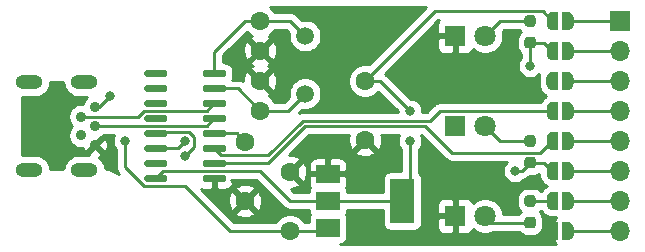
<source format=gbr>
%TF.GenerationSoftware,KiCad,Pcbnew,(5.1.7)-1*%
%TF.CreationDate,2020-12-05T19:57:28+01:00*%
%TF.ProjectId,WiFi-RC-Switch-Programmer,57694669-2d52-4432-9d53-77697463682d,rev?*%
%TF.SameCoordinates,Original*%
%TF.FileFunction,Copper,L1,Top*%
%TF.FilePolarity,Positive*%
%FSLAX46Y46*%
G04 Gerber Fmt 4.6, Leading zero omitted, Abs format (unit mm)*
G04 Created by KiCad (PCBNEW (5.1.7)-1) date 2020-12-05 19:57:28*
%MOMM*%
%LPD*%
G01*
G04 APERTURE LIST*
%TA.AperFunction,ComponentPad*%
%ADD10C,1.600000*%
%TD*%
%TA.AperFunction,ComponentPad*%
%ADD11R,1.800000X1.800000*%
%TD*%
%TA.AperFunction,ComponentPad*%
%ADD12C,1.800000*%
%TD*%
%TA.AperFunction,ComponentPad*%
%ADD13C,0.900000*%
%TD*%
%TA.AperFunction,ComponentPad*%
%ADD14O,2.300000X1.200000*%
%TD*%
%TA.AperFunction,ComponentPad*%
%ADD15R,1.700000X1.700000*%
%TD*%
%TA.AperFunction,ComponentPad*%
%ADD16O,1.700000X1.700000*%
%TD*%
%TA.AperFunction,SMDPad,CuDef*%
%ADD17C,0.100000*%
%TD*%
%TA.AperFunction,SMDPad,CuDef*%
%ADD18R,2.000000X3.800000*%
%TD*%
%TA.AperFunction,SMDPad,CuDef*%
%ADD19R,2.000000X1.500000*%
%TD*%
%TA.AperFunction,ComponentPad*%
%ADD20C,1.500000*%
%TD*%
%TA.AperFunction,ViaPad*%
%ADD21C,0.800000*%
%TD*%
%TA.AperFunction,Conductor*%
%ADD22C,0.250000*%
%TD*%
%TA.AperFunction,Conductor*%
%ADD23C,0.254000*%
%TD*%
%TA.AperFunction,Conductor*%
%ADD24C,0.100000*%
%TD*%
G04 APERTURE END LIST*
D10*
%TO.P,C1,2*%
%TO.N,GND*%
X133350000Y-105490000D03*
%TO.P,C1,1*%
%TO.N,VBUS*%
X133350000Y-110490000D03*
%TD*%
%TO.P,C2,1*%
%TO.N,+3V3*%
X139700000Y-97790000D03*
%TO.P,C2,2*%
%TO.N,GND*%
X139700000Y-102790000D03*
%TD*%
%TO.P,C3,2*%
%TO.N,GND*%
X130810000Y-97790000D03*
%TO.P,C3,1*%
%TO.N,Net-(C3-Pad1)*%
X130810000Y-100290000D03*
%TD*%
%TO.P,C4,1*%
%TO.N,Net-(C4-Pad1)*%
X130810000Y-92710000D03*
%TO.P,C4,2*%
%TO.N,GND*%
X130810000Y-95210000D03*
%TD*%
%TO.P,C5,1*%
%TO.N,Net-(C5-Pad1)*%
X129540000Y-102950000D03*
%TO.P,C5,2*%
%TO.N,GND*%
X129540000Y-107950000D03*
%TD*%
D11*
%TO.P,D1,1*%
%TO.N,GND*%
X147320000Y-93980000D03*
D12*
%TO.P,D1,2*%
%TO.N,Net-(D1-Pad2)*%
X149860000Y-93980000D03*
%TD*%
%TO.P,D2,2*%
%TO.N,Net-(D2-Pad2)*%
X149860000Y-101600000D03*
D11*
%TO.P,D2,1*%
%TO.N,GND*%
X147320000Y-101600000D03*
%TD*%
%TO.P,D3,1*%
%TO.N,GND*%
X147320000Y-109220000D03*
D12*
%TO.P,D3,2*%
%TO.N,Net-(D3-Pad2)*%
X149860000Y-109220000D03*
%TD*%
D13*
%TO.P,J1,3*%
%TO.N,D+*%
X116840000Y-101600000D03*
%TO.P,J1,1*%
%TO.N,VBUS*%
X116840000Y-100000000D03*
%TO.P,J1,2*%
%TO.N,D-*%
X115640000Y-100800000D03*
%TO.P,J1,4*%
%TO.N,Net-(J1-Pad4)*%
X115640000Y-102400000D03*
%TO.P,J1,5*%
%TO.N,GND*%
X116840000Y-103200000D03*
D14*
%TO.P,J1,6*%
%TO.N,Net-(J1-Pad6)*%
X115940000Y-105300000D03*
X115940000Y-97900000D03*
X111240000Y-97900000D03*
X111240000Y-105300000D03*
%TD*%
D15*
%TO.P,J2,1*%
%TO.N,Net-(J2-Pad1)*%
X161290000Y-92710000D03*
D16*
%TO.P,J2,2*%
%TO.N,Net-(J2-Pad2)*%
X161290000Y-95250000D03*
%TO.P,J2,3*%
%TO.N,Net-(J2-Pad3)*%
X161290000Y-97790000D03*
%TO.P,J2,4*%
%TO.N,Net-(J2-Pad4)*%
X161290000Y-100330000D03*
%TO.P,J2,5*%
%TO.N,Net-(J2-Pad5)*%
X161290000Y-102870000D03*
%TO.P,J2,6*%
%TO.N,Net-(J2-Pad6)*%
X161290000Y-105410000D03*
%TO.P,J2,7*%
%TO.N,Net-(J2-Pad7)*%
X161290000Y-107950000D03*
%TO.P,J2,8*%
%TO.N,Net-(J2-Pad8)*%
X161290000Y-110490000D03*
%TD*%
%TA.AperFunction,SMDPad,CuDef*%
D17*
%TO.P,JP1,2*%
%TO.N,Net-(J2-Pad8)*%
G36*
X156860000Y-109740602D02*
G01*
X156884534Y-109740602D01*
X156933365Y-109745412D01*
X156981490Y-109754984D01*
X157028445Y-109769228D01*
X157073778Y-109788005D01*
X157117051Y-109811136D01*
X157157850Y-109838396D01*
X157195779Y-109869524D01*
X157230476Y-109904221D01*
X157261604Y-109942150D01*
X157288864Y-109982949D01*
X157311995Y-110026222D01*
X157330772Y-110071555D01*
X157345016Y-110118510D01*
X157354588Y-110166635D01*
X157359398Y-110215466D01*
X157359398Y-110240000D01*
X157360000Y-110240000D01*
X157360000Y-110740000D01*
X157359398Y-110740000D01*
X157359398Y-110764534D01*
X157354588Y-110813365D01*
X157345016Y-110861490D01*
X157330772Y-110908445D01*
X157311995Y-110953778D01*
X157288864Y-110997051D01*
X157261604Y-111037850D01*
X157230476Y-111075779D01*
X157195779Y-111110476D01*
X157157850Y-111141604D01*
X157117051Y-111168864D01*
X157073778Y-111191995D01*
X157028445Y-111210772D01*
X156981490Y-111225016D01*
X156933365Y-111234588D01*
X156884534Y-111239398D01*
X156860000Y-111239398D01*
X156860000Y-111240000D01*
X156360000Y-111240000D01*
X156360000Y-109740000D01*
X156860000Y-109740000D01*
X156860000Y-109740602D01*
G37*
%TD.AperFunction*%
%TA.AperFunction,SMDPad,CuDef*%
%TO.P,JP1,1*%
%TO.N,GND*%
G36*
X156060000Y-111240000D02*
G01*
X155560000Y-111240000D01*
X155560000Y-111239398D01*
X155535466Y-111239398D01*
X155486635Y-111234588D01*
X155438510Y-111225016D01*
X155391555Y-111210772D01*
X155346222Y-111191995D01*
X155302949Y-111168864D01*
X155262150Y-111141604D01*
X155224221Y-111110476D01*
X155189524Y-111075779D01*
X155158396Y-111037850D01*
X155131136Y-110997051D01*
X155108005Y-110953778D01*
X155089228Y-110908445D01*
X155074984Y-110861490D01*
X155065412Y-110813365D01*
X155060602Y-110764534D01*
X155060602Y-110740000D01*
X155060000Y-110740000D01*
X155060000Y-110240000D01*
X155060602Y-110240000D01*
X155060602Y-110215466D01*
X155065412Y-110166635D01*
X155074984Y-110118510D01*
X155089228Y-110071555D01*
X155108005Y-110026222D01*
X155131136Y-109982949D01*
X155158396Y-109942150D01*
X155189524Y-109904221D01*
X155224221Y-109869524D01*
X155262150Y-109838396D01*
X155302949Y-109811136D01*
X155346222Y-109788005D01*
X155391555Y-109769228D01*
X155438510Y-109754984D01*
X155486635Y-109745412D01*
X155535466Y-109740602D01*
X155560000Y-109740602D01*
X155560000Y-109740000D01*
X156060000Y-109740000D01*
X156060000Y-111240000D01*
G37*
%TD.AperFunction*%
%TD*%
%TA.AperFunction,SMDPad,CuDef*%
%TO.P,JP2,1*%
%TO.N,IO2*%
G36*
X156060000Y-108700000D02*
G01*
X155560000Y-108700000D01*
X155560000Y-108699398D01*
X155535466Y-108699398D01*
X155486635Y-108694588D01*
X155438510Y-108685016D01*
X155391555Y-108670772D01*
X155346222Y-108651995D01*
X155302949Y-108628864D01*
X155262150Y-108601604D01*
X155224221Y-108570476D01*
X155189524Y-108535779D01*
X155158396Y-108497850D01*
X155131136Y-108457051D01*
X155108005Y-108413778D01*
X155089228Y-108368445D01*
X155074984Y-108321490D01*
X155065412Y-108273365D01*
X155060602Y-108224534D01*
X155060602Y-108200000D01*
X155060000Y-108200000D01*
X155060000Y-107700000D01*
X155060602Y-107700000D01*
X155060602Y-107675466D01*
X155065412Y-107626635D01*
X155074984Y-107578510D01*
X155089228Y-107531555D01*
X155108005Y-107486222D01*
X155131136Y-107442949D01*
X155158396Y-107402150D01*
X155189524Y-107364221D01*
X155224221Y-107329524D01*
X155262150Y-107298396D01*
X155302949Y-107271136D01*
X155346222Y-107248005D01*
X155391555Y-107229228D01*
X155438510Y-107214984D01*
X155486635Y-107205412D01*
X155535466Y-107200602D01*
X155560000Y-107200602D01*
X155560000Y-107200000D01*
X156060000Y-107200000D01*
X156060000Y-108700000D01*
G37*
%TD.AperFunction*%
%TA.AperFunction,SMDPad,CuDef*%
%TO.P,JP2,2*%
%TO.N,Net-(J2-Pad7)*%
G36*
X156860000Y-107200602D02*
G01*
X156884534Y-107200602D01*
X156933365Y-107205412D01*
X156981490Y-107214984D01*
X157028445Y-107229228D01*
X157073778Y-107248005D01*
X157117051Y-107271136D01*
X157157850Y-107298396D01*
X157195779Y-107329524D01*
X157230476Y-107364221D01*
X157261604Y-107402150D01*
X157288864Y-107442949D01*
X157311995Y-107486222D01*
X157330772Y-107531555D01*
X157345016Y-107578510D01*
X157354588Y-107626635D01*
X157359398Y-107675466D01*
X157359398Y-107700000D01*
X157360000Y-107700000D01*
X157360000Y-108200000D01*
X157359398Y-108200000D01*
X157359398Y-108224534D01*
X157354588Y-108273365D01*
X157345016Y-108321490D01*
X157330772Y-108368445D01*
X157311995Y-108413778D01*
X157288864Y-108457051D01*
X157261604Y-108497850D01*
X157230476Y-108535779D01*
X157195779Y-108570476D01*
X157157850Y-108601604D01*
X157117051Y-108628864D01*
X157073778Y-108651995D01*
X157028445Y-108670772D01*
X156981490Y-108685016D01*
X156933365Y-108694588D01*
X156884534Y-108699398D01*
X156860000Y-108699398D01*
X156860000Y-108700000D01*
X156360000Y-108700000D01*
X156360000Y-107200000D01*
X156860000Y-107200000D01*
X156860000Y-107200602D01*
G37*
%TD.AperFunction*%
%TD*%
%TA.AperFunction,SMDPad,CuDef*%
%TO.P,JP3,2*%
%TO.N,Net-(J2-Pad6)*%
G36*
X156860000Y-104660602D02*
G01*
X156884534Y-104660602D01*
X156933365Y-104665412D01*
X156981490Y-104674984D01*
X157028445Y-104689228D01*
X157073778Y-104708005D01*
X157117051Y-104731136D01*
X157157850Y-104758396D01*
X157195779Y-104789524D01*
X157230476Y-104824221D01*
X157261604Y-104862150D01*
X157288864Y-104902949D01*
X157311995Y-104946222D01*
X157330772Y-104991555D01*
X157345016Y-105038510D01*
X157354588Y-105086635D01*
X157359398Y-105135466D01*
X157359398Y-105160000D01*
X157360000Y-105160000D01*
X157360000Y-105660000D01*
X157359398Y-105660000D01*
X157359398Y-105684534D01*
X157354588Y-105733365D01*
X157345016Y-105781490D01*
X157330772Y-105828445D01*
X157311995Y-105873778D01*
X157288864Y-105917051D01*
X157261604Y-105957850D01*
X157230476Y-105995779D01*
X157195779Y-106030476D01*
X157157850Y-106061604D01*
X157117051Y-106088864D01*
X157073778Y-106111995D01*
X157028445Y-106130772D01*
X156981490Y-106145016D01*
X156933365Y-106154588D01*
X156884534Y-106159398D01*
X156860000Y-106159398D01*
X156860000Y-106160000D01*
X156360000Y-106160000D01*
X156360000Y-104660000D01*
X156860000Y-104660000D01*
X156860000Y-104660602D01*
G37*
%TD.AperFunction*%
%TA.AperFunction,SMDPad,CuDef*%
%TO.P,JP3,1*%
%TO.N,DTR*%
G36*
X156060000Y-106160000D02*
G01*
X155560000Y-106160000D01*
X155560000Y-106159398D01*
X155535466Y-106159398D01*
X155486635Y-106154588D01*
X155438510Y-106145016D01*
X155391555Y-106130772D01*
X155346222Y-106111995D01*
X155302949Y-106088864D01*
X155262150Y-106061604D01*
X155224221Y-106030476D01*
X155189524Y-105995779D01*
X155158396Y-105957850D01*
X155131136Y-105917051D01*
X155108005Y-105873778D01*
X155089228Y-105828445D01*
X155074984Y-105781490D01*
X155065412Y-105733365D01*
X155060602Y-105684534D01*
X155060602Y-105660000D01*
X155060000Y-105660000D01*
X155060000Y-105160000D01*
X155060602Y-105160000D01*
X155060602Y-105135466D01*
X155065412Y-105086635D01*
X155074984Y-105038510D01*
X155089228Y-104991555D01*
X155108005Y-104946222D01*
X155131136Y-104902949D01*
X155158396Y-104862150D01*
X155189524Y-104824221D01*
X155224221Y-104789524D01*
X155262150Y-104758396D01*
X155302949Y-104731136D01*
X155346222Y-104708005D01*
X155391555Y-104689228D01*
X155438510Y-104674984D01*
X155486635Y-104665412D01*
X155535466Y-104660602D01*
X155560000Y-104660602D01*
X155560000Y-104660000D01*
X156060000Y-104660000D01*
X156060000Y-106160000D01*
G37*
%TD.AperFunction*%
%TD*%
%TA.AperFunction,SMDPad,CuDef*%
%TO.P,JP4,1*%
%TO.N,TX*%
G36*
X156060000Y-103620000D02*
G01*
X155560000Y-103620000D01*
X155560000Y-103619398D01*
X155535466Y-103619398D01*
X155486635Y-103614588D01*
X155438510Y-103605016D01*
X155391555Y-103590772D01*
X155346222Y-103571995D01*
X155302949Y-103548864D01*
X155262150Y-103521604D01*
X155224221Y-103490476D01*
X155189524Y-103455779D01*
X155158396Y-103417850D01*
X155131136Y-103377051D01*
X155108005Y-103333778D01*
X155089228Y-103288445D01*
X155074984Y-103241490D01*
X155065412Y-103193365D01*
X155060602Y-103144534D01*
X155060602Y-103120000D01*
X155060000Y-103120000D01*
X155060000Y-102620000D01*
X155060602Y-102620000D01*
X155060602Y-102595466D01*
X155065412Y-102546635D01*
X155074984Y-102498510D01*
X155089228Y-102451555D01*
X155108005Y-102406222D01*
X155131136Y-102362949D01*
X155158396Y-102322150D01*
X155189524Y-102284221D01*
X155224221Y-102249524D01*
X155262150Y-102218396D01*
X155302949Y-102191136D01*
X155346222Y-102168005D01*
X155391555Y-102149228D01*
X155438510Y-102134984D01*
X155486635Y-102125412D01*
X155535466Y-102120602D01*
X155560000Y-102120602D01*
X155560000Y-102120000D01*
X156060000Y-102120000D01*
X156060000Y-103620000D01*
G37*
%TD.AperFunction*%
%TA.AperFunction,SMDPad,CuDef*%
%TO.P,JP4,2*%
%TO.N,Net-(J2-Pad5)*%
G36*
X156860000Y-102120602D02*
G01*
X156884534Y-102120602D01*
X156933365Y-102125412D01*
X156981490Y-102134984D01*
X157028445Y-102149228D01*
X157073778Y-102168005D01*
X157117051Y-102191136D01*
X157157850Y-102218396D01*
X157195779Y-102249524D01*
X157230476Y-102284221D01*
X157261604Y-102322150D01*
X157288864Y-102362949D01*
X157311995Y-102406222D01*
X157330772Y-102451555D01*
X157345016Y-102498510D01*
X157354588Y-102546635D01*
X157359398Y-102595466D01*
X157359398Y-102620000D01*
X157360000Y-102620000D01*
X157360000Y-103120000D01*
X157359398Y-103120000D01*
X157359398Y-103144534D01*
X157354588Y-103193365D01*
X157345016Y-103241490D01*
X157330772Y-103288445D01*
X157311995Y-103333778D01*
X157288864Y-103377051D01*
X157261604Y-103417850D01*
X157230476Y-103455779D01*
X157195779Y-103490476D01*
X157157850Y-103521604D01*
X157117051Y-103548864D01*
X157073778Y-103571995D01*
X157028445Y-103590772D01*
X156981490Y-103605016D01*
X156933365Y-103614588D01*
X156884534Y-103619398D01*
X156860000Y-103619398D01*
X156860000Y-103620000D01*
X156360000Y-103620000D01*
X156360000Y-102120000D01*
X156860000Y-102120000D01*
X156860000Y-102120602D01*
G37*
%TD.AperFunction*%
%TD*%
%TA.AperFunction,SMDPad,CuDef*%
%TO.P,JP5,1*%
%TO.N,RX*%
G36*
X156060000Y-101080000D02*
G01*
X155560000Y-101080000D01*
X155560000Y-101079398D01*
X155535466Y-101079398D01*
X155486635Y-101074588D01*
X155438510Y-101065016D01*
X155391555Y-101050772D01*
X155346222Y-101031995D01*
X155302949Y-101008864D01*
X155262150Y-100981604D01*
X155224221Y-100950476D01*
X155189524Y-100915779D01*
X155158396Y-100877850D01*
X155131136Y-100837051D01*
X155108005Y-100793778D01*
X155089228Y-100748445D01*
X155074984Y-100701490D01*
X155065412Y-100653365D01*
X155060602Y-100604534D01*
X155060602Y-100580000D01*
X155060000Y-100580000D01*
X155060000Y-100080000D01*
X155060602Y-100080000D01*
X155060602Y-100055466D01*
X155065412Y-100006635D01*
X155074984Y-99958510D01*
X155089228Y-99911555D01*
X155108005Y-99866222D01*
X155131136Y-99822949D01*
X155158396Y-99782150D01*
X155189524Y-99744221D01*
X155224221Y-99709524D01*
X155262150Y-99678396D01*
X155302949Y-99651136D01*
X155346222Y-99628005D01*
X155391555Y-99609228D01*
X155438510Y-99594984D01*
X155486635Y-99585412D01*
X155535466Y-99580602D01*
X155560000Y-99580602D01*
X155560000Y-99580000D01*
X156060000Y-99580000D01*
X156060000Y-101080000D01*
G37*
%TD.AperFunction*%
%TA.AperFunction,SMDPad,CuDef*%
%TO.P,JP5,2*%
%TO.N,Net-(J2-Pad4)*%
G36*
X156860000Y-99580602D02*
G01*
X156884534Y-99580602D01*
X156933365Y-99585412D01*
X156981490Y-99594984D01*
X157028445Y-99609228D01*
X157073778Y-99628005D01*
X157117051Y-99651136D01*
X157157850Y-99678396D01*
X157195779Y-99709524D01*
X157230476Y-99744221D01*
X157261604Y-99782150D01*
X157288864Y-99822949D01*
X157311995Y-99866222D01*
X157330772Y-99911555D01*
X157345016Y-99958510D01*
X157354588Y-100006635D01*
X157359398Y-100055466D01*
X157359398Y-100080000D01*
X157360000Y-100080000D01*
X157360000Y-100580000D01*
X157359398Y-100580000D01*
X157359398Y-100604534D01*
X157354588Y-100653365D01*
X157345016Y-100701490D01*
X157330772Y-100748445D01*
X157311995Y-100793778D01*
X157288864Y-100837051D01*
X157261604Y-100877850D01*
X157230476Y-100915779D01*
X157195779Y-100950476D01*
X157157850Y-100981604D01*
X157117051Y-101008864D01*
X157073778Y-101031995D01*
X157028445Y-101050772D01*
X156981490Y-101065016D01*
X156933365Y-101074588D01*
X156884534Y-101079398D01*
X156860000Y-101079398D01*
X156860000Y-101080000D01*
X156360000Y-101080000D01*
X156360000Y-99580000D01*
X156860000Y-99580000D01*
X156860000Y-99580602D01*
G37*
%TD.AperFunction*%
%TD*%
%TA.AperFunction,SMDPad,CuDef*%
%TO.P,JP6,2*%
%TO.N,Net-(J2-Pad3)*%
G36*
X156845000Y-97040602D02*
G01*
X156869534Y-97040602D01*
X156918365Y-97045412D01*
X156966490Y-97054984D01*
X157013445Y-97069228D01*
X157058778Y-97088005D01*
X157102051Y-97111136D01*
X157142850Y-97138396D01*
X157180779Y-97169524D01*
X157215476Y-97204221D01*
X157246604Y-97242150D01*
X157273864Y-97282949D01*
X157296995Y-97326222D01*
X157315772Y-97371555D01*
X157330016Y-97418510D01*
X157339588Y-97466635D01*
X157344398Y-97515466D01*
X157344398Y-97540000D01*
X157345000Y-97540000D01*
X157345000Y-98040000D01*
X157344398Y-98040000D01*
X157344398Y-98064534D01*
X157339588Y-98113365D01*
X157330016Y-98161490D01*
X157315772Y-98208445D01*
X157296995Y-98253778D01*
X157273864Y-98297051D01*
X157246604Y-98337850D01*
X157215476Y-98375779D01*
X157180779Y-98410476D01*
X157142850Y-98441604D01*
X157102051Y-98468864D01*
X157058778Y-98491995D01*
X157013445Y-98510772D01*
X156966490Y-98525016D01*
X156918365Y-98534588D01*
X156869534Y-98539398D01*
X156845000Y-98539398D01*
X156845000Y-98540000D01*
X156345000Y-98540000D01*
X156345000Y-97040000D01*
X156845000Y-97040000D01*
X156845000Y-97040602D01*
G37*
%TD.AperFunction*%
%TA.AperFunction,SMDPad,CuDef*%
%TO.P,JP6,1*%
%TO.N,Net-(JP6-Pad1)*%
G36*
X156045000Y-98540000D02*
G01*
X155545000Y-98540000D01*
X155545000Y-98539398D01*
X155520466Y-98539398D01*
X155471635Y-98534588D01*
X155423510Y-98525016D01*
X155376555Y-98510772D01*
X155331222Y-98491995D01*
X155287949Y-98468864D01*
X155247150Y-98441604D01*
X155209221Y-98410476D01*
X155174524Y-98375779D01*
X155143396Y-98337850D01*
X155116136Y-98297051D01*
X155093005Y-98253778D01*
X155074228Y-98208445D01*
X155059984Y-98161490D01*
X155050412Y-98113365D01*
X155045602Y-98064534D01*
X155045602Y-98040000D01*
X155045000Y-98040000D01*
X155045000Y-97540000D01*
X155045602Y-97540000D01*
X155045602Y-97515466D01*
X155050412Y-97466635D01*
X155059984Y-97418510D01*
X155074228Y-97371555D01*
X155093005Y-97326222D01*
X155116136Y-97282949D01*
X155143396Y-97242150D01*
X155174524Y-97204221D01*
X155209221Y-97169524D01*
X155247150Y-97138396D01*
X155287949Y-97111136D01*
X155331222Y-97088005D01*
X155376555Y-97069228D01*
X155423510Y-97054984D01*
X155471635Y-97045412D01*
X155520466Y-97040602D01*
X155545000Y-97040602D01*
X155545000Y-97040000D01*
X156045000Y-97040000D01*
X156045000Y-98540000D01*
G37*
%TD.AperFunction*%
%TD*%
%TA.AperFunction,SMDPad,CuDef*%
%TO.P,JP7,1*%
%TO.N,RTS*%
G36*
X156060000Y-96000000D02*
G01*
X155560000Y-96000000D01*
X155560000Y-95999398D01*
X155535466Y-95999398D01*
X155486635Y-95994588D01*
X155438510Y-95985016D01*
X155391555Y-95970772D01*
X155346222Y-95951995D01*
X155302949Y-95928864D01*
X155262150Y-95901604D01*
X155224221Y-95870476D01*
X155189524Y-95835779D01*
X155158396Y-95797850D01*
X155131136Y-95757051D01*
X155108005Y-95713778D01*
X155089228Y-95668445D01*
X155074984Y-95621490D01*
X155065412Y-95573365D01*
X155060602Y-95524534D01*
X155060602Y-95500000D01*
X155060000Y-95500000D01*
X155060000Y-95000000D01*
X155060602Y-95000000D01*
X155060602Y-94975466D01*
X155065412Y-94926635D01*
X155074984Y-94878510D01*
X155089228Y-94831555D01*
X155108005Y-94786222D01*
X155131136Y-94742949D01*
X155158396Y-94702150D01*
X155189524Y-94664221D01*
X155224221Y-94629524D01*
X155262150Y-94598396D01*
X155302949Y-94571136D01*
X155346222Y-94548005D01*
X155391555Y-94529228D01*
X155438510Y-94514984D01*
X155486635Y-94505412D01*
X155535466Y-94500602D01*
X155560000Y-94500602D01*
X155560000Y-94500000D01*
X156060000Y-94500000D01*
X156060000Y-96000000D01*
G37*
%TD.AperFunction*%
%TA.AperFunction,SMDPad,CuDef*%
%TO.P,JP7,2*%
%TO.N,Net-(J2-Pad2)*%
G36*
X156860000Y-94500602D02*
G01*
X156884534Y-94500602D01*
X156933365Y-94505412D01*
X156981490Y-94514984D01*
X157028445Y-94529228D01*
X157073778Y-94548005D01*
X157117051Y-94571136D01*
X157157850Y-94598396D01*
X157195779Y-94629524D01*
X157230476Y-94664221D01*
X157261604Y-94702150D01*
X157288864Y-94742949D01*
X157311995Y-94786222D01*
X157330772Y-94831555D01*
X157345016Y-94878510D01*
X157354588Y-94926635D01*
X157359398Y-94975466D01*
X157359398Y-95000000D01*
X157360000Y-95000000D01*
X157360000Y-95500000D01*
X157359398Y-95500000D01*
X157359398Y-95524534D01*
X157354588Y-95573365D01*
X157345016Y-95621490D01*
X157330772Y-95668445D01*
X157311995Y-95713778D01*
X157288864Y-95757051D01*
X157261604Y-95797850D01*
X157230476Y-95835779D01*
X157195779Y-95870476D01*
X157157850Y-95901604D01*
X157117051Y-95928864D01*
X157073778Y-95951995D01*
X157028445Y-95970772D01*
X156981490Y-95985016D01*
X156933365Y-95994588D01*
X156884534Y-95999398D01*
X156860000Y-95999398D01*
X156860000Y-96000000D01*
X156360000Y-96000000D01*
X156360000Y-94500000D01*
X156860000Y-94500000D01*
X156860000Y-94500602D01*
G37*
%TD.AperFunction*%
%TD*%
%TA.AperFunction,SMDPad,CuDef*%
%TO.P,JP8,2*%
%TO.N,Net-(J2-Pad1)*%
G36*
X156860000Y-91960602D02*
G01*
X156884534Y-91960602D01*
X156933365Y-91965412D01*
X156981490Y-91974984D01*
X157028445Y-91989228D01*
X157073778Y-92008005D01*
X157117051Y-92031136D01*
X157157850Y-92058396D01*
X157195779Y-92089524D01*
X157230476Y-92124221D01*
X157261604Y-92162150D01*
X157288864Y-92202949D01*
X157311995Y-92246222D01*
X157330772Y-92291555D01*
X157345016Y-92338510D01*
X157354588Y-92386635D01*
X157359398Y-92435466D01*
X157359398Y-92460000D01*
X157360000Y-92460000D01*
X157360000Y-92960000D01*
X157359398Y-92960000D01*
X157359398Y-92984534D01*
X157354588Y-93033365D01*
X157345016Y-93081490D01*
X157330772Y-93128445D01*
X157311995Y-93173778D01*
X157288864Y-93217051D01*
X157261604Y-93257850D01*
X157230476Y-93295779D01*
X157195779Y-93330476D01*
X157157850Y-93361604D01*
X157117051Y-93388864D01*
X157073778Y-93411995D01*
X157028445Y-93430772D01*
X156981490Y-93445016D01*
X156933365Y-93454588D01*
X156884534Y-93459398D01*
X156860000Y-93459398D01*
X156860000Y-93460000D01*
X156360000Y-93460000D01*
X156360000Y-91960000D01*
X156860000Y-91960000D01*
X156860000Y-91960602D01*
G37*
%TD.AperFunction*%
%TA.AperFunction,SMDPad,CuDef*%
%TO.P,JP8,1*%
%TO.N,+3V3*%
G36*
X156060000Y-93460000D02*
G01*
X155560000Y-93460000D01*
X155560000Y-93459398D01*
X155535466Y-93459398D01*
X155486635Y-93454588D01*
X155438510Y-93445016D01*
X155391555Y-93430772D01*
X155346222Y-93411995D01*
X155302949Y-93388864D01*
X155262150Y-93361604D01*
X155224221Y-93330476D01*
X155189524Y-93295779D01*
X155158396Y-93257850D01*
X155131136Y-93217051D01*
X155108005Y-93173778D01*
X155089228Y-93128445D01*
X155074984Y-93081490D01*
X155065412Y-93033365D01*
X155060602Y-92984534D01*
X155060602Y-92960000D01*
X155060000Y-92960000D01*
X155060000Y-92460000D01*
X155060602Y-92460000D01*
X155060602Y-92435466D01*
X155065412Y-92386635D01*
X155074984Y-92338510D01*
X155089228Y-92291555D01*
X155108005Y-92246222D01*
X155131136Y-92202949D01*
X155158396Y-92162150D01*
X155189524Y-92124221D01*
X155224221Y-92089524D01*
X155262150Y-92058396D01*
X155302949Y-92031136D01*
X155346222Y-92008005D01*
X155391555Y-91989228D01*
X155438510Y-91974984D01*
X155486635Y-91965412D01*
X155535466Y-91960602D01*
X155560000Y-91960602D01*
X155560000Y-91960000D01*
X156060000Y-91960000D01*
X156060000Y-93460000D01*
G37*
%TD.AperFunction*%
%TD*%
%TO.P,R2,1*%
%TO.N,RTS*%
%TA.AperFunction,SMDPad,CuDef*%
G36*
G01*
X153907500Y-95022500D02*
X153432500Y-95022500D01*
G75*
G02*
X153195000Y-94785000I0J237500D01*
G01*
X153195000Y-94285000D01*
G75*
G02*
X153432500Y-94047500I237500J0D01*
G01*
X153907500Y-94047500D01*
G75*
G02*
X154145000Y-94285000I0J-237500D01*
G01*
X154145000Y-94785000D01*
G75*
G02*
X153907500Y-95022500I-237500J0D01*
G01*
G37*
%TD.AperFunction*%
%TO.P,R2,2*%
%TO.N,Net-(D1-Pad2)*%
%TA.AperFunction,SMDPad,CuDef*%
G36*
G01*
X153907500Y-93197500D02*
X153432500Y-93197500D01*
G75*
G02*
X153195000Y-92960000I0J237500D01*
G01*
X153195000Y-92460000D01*
G75*
G02*
X153432500Y-92222500I237500J0D01*
G01*
X153907500Y-92222500D01*
G75*
G02*
X154145000Y-92460000I0J-237500D01*
G01*
X154145000Y-92960000D01*
G75*
G02*
X153907500Y-93197500I-237500J0D01*
G01*
G37*
%TD.AperFunction*%
%TD*%
%TO.P,R4,2*%
%TO.N,Net-(D2-Pad2)*%
%TA.AperFunction,SMDPad,CuDef*%
G36*
G01*
X153907500Y-103357500D02*
X153432500Y-103357500D01*
G75*
G02*
X153195000Y-103120000I0J237500D01*
G01*
X153195000Y-102620000D01*
G75*
G02*
X153432500Y-102382500I237500J0D01*
G01*
X153907500Y-102382500D01*
G75*
G02*
X154145000Y-102620000I0J-237500D01*
G01*
X154145000Y-103120000D01*
G75*
G02*
X153907500Y-103357500I-237500J0D01*
G01*
G37*
%TD.AperFunction*%
%TO.P,R4,1*%
%TO.N,DTR*%
%TA.AperFunction,SMDPad,CuDef*%
G36*
G01*
X153907500Y-105182500D02*
X153432500Y-105182500D01*
G75*
G02*
X153195000Y-104945000I0J237500D01*
G01*
X153195000Y-104445000D01*
G75*
G02*
X153432500Y-104207500I237500J0D01*
G01*
X153907500Y-104207500D01*
G75*
G02*
X154145000Y-104445000I0J-237500D01*
G01*
X154145000Y-104945000D01*
G75*
G02*
X153907500Y-105182500I-237500J0D01*
G01*
G37*
%TD.AperFunction*%
%TD*%
%TO.P,R6,1*%
%TO.N,IO2*%
%TA.AperFunction,SMDPad,CuDef*%
G36*
G01*
X153432500Y-107462500D02*
X153907500Y-107462500D01*
G75*
G02*
X154145000Y-107700000I0J-237500D01*
G01*
X154145000Y-108200000D01*
G75*
G02*
X153907500Y-108437500I-237500J0D01*
G01*
X153432500Y-108437500D01*
G75*
G02*
X153195000Y-108200000I0J237500D01*
G01*
X153195000Y-107700000D01*
G75*
G02*
X153432500Y-107462500I237500J0D01*
G01*
G37*
%TD.AperFunction*%
%TO.P,R6,2*%
%TO.N,Net-(D3-Pad2)*%
%TA.AperFunction,SMDPad,CuDef*%
G36*
G01*
X153432500Y-109287500D02*
X153907500Y-109287500D01*
G75*
G02*
X154145000Y-109525000I0J-237500D01*
G01*
X154145000Y-110025000D01*
G75*
G02*
X153907500Y-110262500I-237500J0D01*
G01*
X153432500Y-110262500D01*
G75*
G02*
X153195000Y-110025000I0J237500D01*
G01*
X153195000Y-109525000D01*
G75*
G02*
X153432500Y-109287500I237500J0D01*
G01*
G37*
%TD.AperFunction*%
%TD*%
D18*
%TO.P,U1,2*%
%TO.N,+3V3*%
X142850000Y-107950000D03*
D19*
X136550000Y-107950000D03*
%TO.P,U1,3*%
%TO.N,VBUS*%
X136550000Y-110250000D03*
%TO.P,U1,1*%
%TO.N,GND*%
X136550000Y-105650000D03*
%TD*%
%TO.P,U2,1*%
%TO.N,GND*%
%TA.AperFunction,SMDPad,CuDef*%
G36*
G01*
X127910000Y-105895000D02*
X127910000Y-106195000D01*
G75*
G02*
X127760000Y-106345000I-150000J0D01*
G01*
X126110000Y-106345000D01*
G75*
G02*
X125960000Y-106195000I0J150000D01*
G01*
X125960000Y-105895000D01*
G75*
G02*
X126110000Y-105745000I150000J0D01*
G01*
X127760000Y-105745000D01*
G75*
G02*
X127910000Y-105895000I0J-150000D01*
G01*
G37*
%TD.AperFunction*%
%TO.P,U2,2*%
%TO.N,TX*%
%TA.AperFunction,SMDPad,CuDef*%
G36*
G01*
X127910000Y-104625000D02*
X127910000Y-104925000D01*
G75*
G02*
X127760000Y-105075000I-150000J0D01*
G01*
X126110000Y-105075000D01*
G75*
G02*
X125960000Y-104925000I0J150000D01*
G01*
X125960000Y-104625000D01*
G75*
G02*
X126110000Y-104475000I150000J0D01*
G01*
X127760000Y-104475000D01*
G75*
G02*
X127910000Y-104625000I0J-150000D01*
G01*
G37*
%TD.AperFunction*%
%TO.P,U2,3*%
%TO.N,RX*%
%TA.AperFunction,SMDPad,CuDef*%
G36*
G01*
X127910000Y-103355000D02*
X127910000Y-103655000D01*
G75*
G02*
X127760000Y-103805000I-150000J0D01*
G01*
X126110000Y-103805000D01*
G75*
G02*
X125960000Y-103655000I0J150000D01*
G01*
X125960000Y-103355000D01*
G75*
G02*
X126110000Y-103205000I150000J0D01*
G01*
X127760000Y-103205000D01*
G75*
G02*
X127910000Y-103355000I0J-150000D01*
G01*
G37*
%TD.AperFunction*%
%TO.P,U2,4*%
%TO.N,Net-(C5-Pad1)*%
%TA.AperFunction,SMDPad,CuDef*%
G36*
G01*
X127910000Y-102085000D02*
X127910000Y-102385000D01*
G75*
G02*
X127760000Y-102535000I-150000J0D01*
G01*
X126110000Y-102535000D01*
G75*
G02*
X125960000Y-102385000I0J150000D01*
G01*
X125960000Y-102085000D01*
G75*
G02*
X126110000Y-101935000I150000J0D01*
G01*
X127760000Y-101935000D01*
G75*
G02*
X127910000Y-102085000I0J-150000D01*
G01*
G37*
%TD.AperFunction*%
%TO.P,U2,5*%
%TO.N,D+*%
%TA.AperFunction,SMDPad,CuDef*%
G36*
G01*
X127910000Y-100815000D02*
X127910000Y-101115000D01*
G75*
G02*
X127760000Y-101265000I-150000J0D01*
G01*
X126110000Y-101265000D01*
G75*
G02*
X125960000Y-101115000I0J150000D01*
G01*
X125960000Y-100815000D01*
G75*
G02*
X126110000Y-100665000I150000J0D01*
G01*
X127760000Y-100665000D01*
G75*
G02*
X127910000Y-100815000I0J-150000D01*
G01*
G37*
%TD.AperFunction*%
%TO.P,U2,6*%
%TO.N,D-*%
%TA.AperFunction,SMDPad,CuDef*%
G36*
G01*
X127910000Y-99545000D02*
X127910000Y-99845000D01*
G75*
G02*
X127760000Y-99995000I-150000J0D01*
G01*
X126110000Y-99995000D01*
G75*
G02*
X125960000Y-99845000I0J150000D01*
G01*
X125960000Y-99545000D01*
G75*
G02*
X126110000Y-99395000I150000J0D01*
G01*
X127760000Y-99395000D01*
G75*
G02*
X127910000Y-99545000I0J-150000D01*
G01*
G37*
%TD.AperFunction*%
%TO.P,U2,7*%
%TO.N,Net-(C3-Pad1)*%
%TA.AperFunction,SMDPad,CuDef*%
G36*
G01*
X127910000Y-98275000D02*
X127910000Y-98575000D01*
G75*
G02*
X127760000Y-98725000I-150000J0D01*
G01*
X126110000Y-98725000D01*
G75*
G02*
X125960000Y-98575000I0J150000D01*
G01*
X125960000Y-98275000D01*
G75*
G02*
X126110000Y-98125000I150000J0D01*
G01*
X127760000Y-98125000D01*
G75*
G02*
X127910000Y-98275000I0J-150000D01*
G01*
G37*
%TD.AperFunction*%
%TO.P,U2,8*%
%TO.N,Net-(C4-Pad1)*%
%TA.AperFunction,SMDPad,CuDef*%
G36*
G01*
X127910000Y-97005000D02*
X127910000Y-97305000D01*
G75*
G02*
X127760000Y-97455000I-150000J0D01*
G01*
X126110000Y-97455000D01*
G75*
G02*
X125960000Y-97305000I0J150000D01*
G01*
X125960000Y-97005000D01*
G75*
G02*
X126110000Y-96855000I150000J0D01*
G01*
X127760000Y-96855000D01*
G75*
G02*
X127910000Y-97005000I0J-150000D01*
G01*
G37*
%TD.AperFunction*%
%TO.P,U2,9*%
%TO.N,Net-(U2-Pad9)*%
%TA.AperFunction,SMDPad,CuDef*%
G36*
G01*
X122960000Y-97005000D02*
X122960000Y-97305000D01*
G75*
G02*
X122810000Y-97455000I-150000J0D01*
G01*
X121160000Y-97455000D01*
G75*
G02*
X121010000Y-97305000I0J150000D01*
G01*
X121010000Y-97005000D01*
G75*
G02*
X121160000Y-96855000I150000J0D01*
G01*
X122810000Y-96855000D01*
G75*
G02*
X122960000Y-97005000I0J-150000D01*
G01*
G37*
%TD.AperFunction*%
%TO.P,U2,10*%
%TO.N,Net-(U2-Pad10)*%
%TA.AperFunction,SMDPad,CuDef*%
G36*
G01*
X122960000Y-98275000D02*
X122960000Y-98575000D01*
G75*
G02*
X122810000Y-98725000I-150000J0D01*
G01*
X121160000Y-98725000D01*
G75*
G02*
X121010000Y-98575000I0J150000D01*
G01*
X121010000Y-98275000D01*
G75*
G02*
X121160000Y-98125000I150000J0D01*
G01*
X122810000Y-98125000D01*
G75*
G02*
X122960000Y-98275000I0J-150000D01*
G01*
G37*
%TD.AperFunction*%
%TO.P,U2,11*%
%TO.N,Net-(U2-Pad11)*%
%TA.AperFunction,SMDPad,CuDef*%
G36*
G01*
X122960000Y-99545000D02*
X122960000Y-99845000D01*
G75*
G02*
X122810000Y-99995000I-150000J0D01*
G01*
X121160000Y-99995000D01*
G75*
G02*
X121010000Y-99845000I0J150000D01*
G01*
X121010000Y-99545000D01*
G75*
G02*
X121160000Y-99395000I150000J0D01*
G01*
X122810000Y-99395000D01*
G75*
G02*
X122960000Y-99545000I0J-150000D01*
G01*
G37*
%TD.AperFunction*%
%TO.P,U2,12*%
%TO.N,Net-(U2-Pad12)*%
%TA.AperFunction,SMDPad,CuDef*%
G36*
G01*
X122960000Y-100815000D02*
X122960000Y-101115000D01*
G75*
G02*
X122810000Y-101265000I-150000J0D01*
G01*
X121160000Y-101265000D01*
G75*
G02*
X121010000Y-101115000I0J150000D01*
G01*
X121010000Y-100815000D01*
G75*
G02*
X121160000Y-100665000I150000J0D01*
G01*
X122810000Y-100665000D01*
G75*
G02*
X122960000Y-100815000I0J-150000D01*
G01*
G37*
%TD.AperFunction*%
%TO.P,U2,13*%
%TO.N,DTR*%
%TA.AperFunction,SMDPad,CuDef*%
G36*
G01*
X122960000Y-102085000D02*
X122960000Y-102385000D01*
G75*
G02*
X122810000Y-102535000I-150000J0D01*
G01*
X121160000Y-102535000D01*
G75*
G02*
X121010000Y-102385000I0J150000D01*
G01*
X121010000Y-102085000D01*
G75*
G02*
X121160000Y-101935000I150000J0D01*
G01*
X122810000Y-101935000D01*
G75*
G02*
X122960000Y-102085000I0J-150000D01*
G01*
G37*
%TD.AperFunction*%
%TO.P,U2,14*%
%TO.N,RTS*%
%TA.AperFunction,SMDPad,CuDef*%
G36*
G01*
X122960000Y-103355000D02*
X122960000Y-103655000D01*
G75*
G02*
X122810000Y-103805000I-150000J0D01*
G01*
X121160000Y-103805000D01*
G75*
G02*
X121010000Y-103655000I0J150000D01*
G01*
X121010000Y-103355000D01*
G75*
G02*
X121160000Y-103205000I150000J0D01*
G01*
X122810000Y-103205000D01*
G75*
G02*
X122960000Y-103355000I0J-150000D01*
G01*
G37*
%TD.AperFunction*%
%TO.P,U2,15*%
%TO.N,Net-(U2-Pad15)*%
%TA.AperFunction,SMDPad,CuDef*%
G36*
G01*
X122960000Y-104625000D02*
X122960000Y-104925000D01*
G75*
G02*
X122810000Y-105075000I-150000J0D01*
G01*
X121160000Y-105075000D01*
G75*
G02*
X121010000Y-104925000I0J150000D01*
G01*
X121010000Y-104625000D01*
G75*
G02*
X121160000Y-104475000I150000J0D01*
G01*
X122810000Y-104475000D01*
G75*
G02*
X122960000Y-104625000I0J-150000D01*
G01*
G37*
%TD.AperFunction*%
%TO.P,U2,16*%
%TO.N,+3V3*%
%TA.AperFunction,SMDPad,CuDef*%
G36*
G01*
X122960000Y-105895000D02*
X122960000Y-106195000D01*
G75*
G02*
X122810000Y-106345000I-150000J0D01*
G01*
X121160000Y-106345000D01*
G75*
G02*
X121010000Y-106195000I0J150000D01*
G01*
X121010000Y-105895000D01*
G75*
G02*
X121160000Y-105745000I150000J0D01*
G01*
X122810000Y-105745000D01*
G75*
G02*
X122960000Y-105895000I0J-150000D01*
G01*
G37*
%TD.AperFunction*%
%TD*%
D20*
%TO.P,Y1,1*%
%TO.N,Net-(C4-Pad1)*%
X134620000Y-93980000D03*
%TO.P,Y1,2*%
%TO.N,Net-(C3-Pad1)*%
X134620000Y-98860000D03*
%TD*%
D21*
%TO.N,RTS*%
X153670000Y-96520000D03*
%TO.N,DTR*%
X152400000Y-105410000D03*
%TO.N,RTS*%
X124460000Y-102870000D03*
%TO.N,DTR*%
X124460000Y-104140000D03*
%TO.N,+3V3*%
X143510000Y-100330000D03*
X143510000Y-102870000D03*
%TO.N,VBUS*%
X118110000Y-99060000D03*
X119380000Y-102870000D03*
%TD*%
D22*
%TO.N,VBUS*%
X117170000Y-100000000D02*
X118110000Y-99060000D01*
X116840000Y-100000000D02*
X117170000Y-100000000D01*
X120963242Y-106670010D02*
X124450010Y-106670010D01*
X119380000Y-105086768D02*
X120963242Y-106670010D01*
X119380000Y-102870000D02*
X119380000Y-105086768D01*
X128270000Y-110490000D02*
X133350000Y-110490000D01*
X124450010Y-106670010D02*
X128270000Y-110490000D01*
X136310000Y-110490000D02*
X136550000Y-110250000D01*
X133350000Y-110490000D02*
X136310000Y-110490000D01*
%TO.N,+3V3*%
X121985000Y-106045000D02*
X122620000Y-105410000D01*
X122620000Y-105410000D02*
X130810000Y-105410000D01*
X133350000Y-107950000D02*
X136550000Y-107950000D01*
X130810000Y-105410000D02*
X133350000Y-107950000D01*
X136550000Y-107950000D02*
X142850000Y-107950000D01*
X140970000Y-97790000D02*
X143510000Y-100330000D01*
X139700000Y-97790000D02*
X140970000Y-97790000D01*
X143510000Y-107290000D02*
X142850000Y-107950000D01*
X143510000Y-102870000D02*
X143510000Y-107290000D01*
X154747490Y-91897490D02*
X155560000Y-92710000D01*
X145592510Y-91897490D02*
X154747490Y-91897490D01*
X139700000Y-97790000D02*
X145592510Y-91897490D01*
%TO.N,Net-(C3-Pad1)*%
X128945000Y-98425000D02*
X130810000Y-100290000D01*
X126935000Y-98425000D02*
X128945000Y-98425000D01*
X133190000Y-100290000D02*
X134620000Y-98860000D01*
X130810000Y-100290000D02*
X133190000Y-100290000D01*
%TO.N,Net-(C4-Pad1)*%
X126935000Y-97155000D02*
X126935000Y-95315000D01*
X129540000Y-92710000D02*
X130810000Y-92710000D01*
X126935000Y-95315000D02*
X129540000Y-92710000D01*
X133350000Y-92710000D02*
X134620000Y-93980000D01*
X130810000Y-92710000D02*
X133350000Y-92710000D01*
%TO.N,Net-(C5-Pad1)*%
X128825000Y-102235000D02*
X129540000Y-102950000D01*
X126935000Y-102235000D02*
X128825000Y-102235000D01*
%TO.N,Net-(D1-Pad2)*%
X151130000Y-92710000D02*
X149860000Y-93980000D01*
X153670000Y-92710000D02*
X151130000Y-92710000D01*
%TO.N,Net-(D2-Pad2)*%
X151130000Y-102870000D02*
X149860000Y-101600000D01*
X153670000Y-102870000D02*
X151130000Y-102870000D01*
%TO.N,Net-(D3-Pad2)*%
X150415000Y-109775000D02*
X149860000Y-109220000D01*
X153670000Y-109775000D02*
X150415000Y-109775000D01*
%TO.N,D+*%
X126300000Y-101600000D02*
X126935000Y-100965000D01*
X116840000Y-101600000D02*
X126300000Y-101600000D01*
%TO.N,D-*%
X126309990Y-100320010D02*
X126935000Y-99695000D01*
X120983222Y-100320010D02*
X126309990Y-100320010D01*
X120503232Y-100800000D02*
X120983222Y-100320010D01*
X115640000Y-100800000D02*
X120503232Y-100800000D01*
%TO.N,Net-(J2-Pad1)*%
X156860000Y-92710000D02*
X161290000Y-92710000D01*
%TO.N,Net-(J2-Pad2)*%
X156860000Y-95250000D02*
X161290000Y-95250000D01*
%TO.N,Net-(J2-Pad3)*%
X156845000Y-97790000D02*
X161290000Y-97790000D01*
%TO.N,Net-(J2-Pad4)*%
X156860000Y-100330000D02*
X161290000Y-100330000D01*
%TO.N,Net-(J2-Pad5)*%
X156860000Y-102870000D02*
X161290000Y-102870000D01*
%TO.N,Net-(J2-Pad6)*%
X156860000Y-105410000D02*
X161290000Y-105410000D01*
%TO.N,Net-(J2-Pad7)*%
X156860000Y-107950000D02*
X161290000Y-107950000D01*
%TO.N,Net-(J2-Pad8)*%
X156860000Y-110490000D02*
X161290000Y-110490000D01*
%TO.N,IO2*%
X155560000Y-107950000D02*
X153670000Y-107950000D01*
%TO.N,DTR*%
X154845000Y-104695000D02*
X155560000Y-105410000D01*
X153670000Y-104695000D02*
X154845000Y-104695000D01*
X125185001Y-103414999D02*
X124460000Y-104140000D01*
X125185001Y-102521999D02*
X125185001Y-103414999D01*
X124808001Y-102144999D02*
X125185001Y-102521999D01*
X122075001Y-102144999D02*
X124808001Y-102144999D01*
X121985000Y-102235000D02*
X122075001Y-102144999D01*
X152955000Y-105410000D02*
X153670000Y-104695000D01*
X152400000Y-105410000D02*
X152955000Y-105410000D01*
%TO.N,TX*%
X126935000Y-104775000D02*
X131445000Y-104775000D01*
X131445000Y-104775000D02*
X134620000Y-101600000D01*
X134620000Y-101600000D02*
X144780000Y-101600000D01*
X154547510Y-103882490D02*
X155560000Y-102870000D01*
X147062490Y-103882490D02*
X154547510Y-103882490D01*
X144780000Y-101600000D02*
X147062490Y-103882490D01*
%TO.N,RX*%
X131508589Y-104075001D02*
X134433600Y-101149990D01*
X127505001Y-104075001D02*
X131508589Y-104075001D01*
X126935000Y-103505000D02*
X127505001Y-104075001D01*
X134433600Y-101149990D02*
X145230010Y-101149990D01*
X146050000Y-100330000D02*
X155560000Y-100330000D01*
X145230010Y-101149990D02*
X146050000Y-100330000D01*
%TO.N,RTS*%
X154845000Y-94535000D02*
X155560000Y-95250000D01*
X153670000Y-94535000D02*
X154845000Y-94535000D01*
X123825000Y-103505000D02*
X124460000Y-102870000D01*
X121985000Y-103505000D02*
X123825000Y-103505000D01*
X153670000Y-94535000D02*
X153670000Y-96520000D01*
%TD*%
D23*
%TO.N,GND*%
X146498691Y-104393493D02*
X146522489Y-104422491D01*
X146638214Y-104517464D01*
X146770243Y-104588036D01*
X146913504Y-104631493D01*
X147025157Y-104642490D01*
X147025166Y-104642490D01*
X147062489Y-104646166D01*
X147099812Y-104642490D01*
X151703799Y-104642490D01*
X151596063Y-104750226D01*
X151482795Y-104919744D01*
X151404774Y-105108102D01*
X151365000Y-105308061D01*
X151365000Y-105511939D01*
X151404774Y-105711898D01*
X151482795Y-105900256D01*
X151596063Y-106069774D01*
X151740226Y-106213937D01*
X151909744Y-106327205D01*
X152098102Y-106405226D01*
X152298061Y-106445000D01*
X152501939Y-106445000D01*
X152701898Y-106405226D01*
X152890256Y-106327205D01*
X153059774Y-106213937D01*
X153119377Y-106154334D01*
X153247247Y-106115546D01*
X153379276Y-106044974D01*
X153495001Y-105950001D01*
X153518803Y-105920998D01*
X153619229Y-105820572D01*
X153907500Y-105820572D01*
X154078316Y-105803748D01*
X154242567Y-105753923D01*
X154393942Y-105673012D01*
X154421928Y-105650044D01*
X154421928Y-105660000D01*
X154424336Y-105684450D01*
X154424336Y-105709009D01*
X154436596Y-105833490D01*
X154455718Y-105929623D01*
X154492027Y-106049319D01*
X154529536Y-106139875D01*
X154588502Y-106250192D01*
X154642958Y-106331691D01*
X154722310Y-106428382D01*
X154791618Y-106497690D01*
X154888309Y-106577042D01*
X154969808Y-106631498D01*
X155060548Y-106680000D01*
X154969808Y-106728502D01*
X154888309Y-106782958D01*
X154791618Y-106862310D01*
X154722310Y-106931618D01*
X154642958Y-107028309D01*
X154588502Y-107109808D01*
X154573461Y-107137948D01*
X154526623Y-107080877D01*
X154393942Y-106971988D01*
X154242567Y-106891077D01*
X154078316Y-106841252D01*
X153907500Y-106824428D01*
X153432500Y-106824428D01*
X153261684Y-106841252D01*
X153097433Y-106891077D01*
X152946058Y-106971988D01*
X152813377Y-107080877D01*
X152704488Y-107213558D01*
X152623577Y-107364933D01*
X152573752Y-107529184D01*
X152556928Y-107700000D01*
X152556928Y-108200000D01*
X152573752Y-108370816D01*
X152623577Y-108535067D01*
X152704488Y-108686442D01*
X152813377Y-108819123D01*
X152866232Y-108862500D01*
X152813377Y-108905877D01*
X152723822Y-109015000D01*
X151384295Y-109015000D01*
X151336011Y-108772257D01*
X151220299Y-108492905D01*
X151052312Y-108241495D01*
X150838505Y-108027688D01*
X150587095Y-107859701D01*
X150307743Y-107743989D01*
X150011184Y-107685000D01*
X149708816Y-107685000D01*
X149412257Y-107743989D01*
X149132905Y-107859701D01*
X148881495Y-108027688D01*
X148815056Y-108094127D01*
X148809502Y-108075820D01*
X148750537Y-107965506D01*
X148671185Y-107868815D01*
X148574494Y-107789463D01*
X148464180Y-107730498D01*
X148344482Y-107694188D01*
X148220000Y-107681928D01*
X147605750Y-107685000D01*
X147447000Y-107843750D01*
X147447000Y-109093000D01*
X147467000Y-109093000D01*
X147467000Y-109347000D01*
X147447000Y-109347000D01*
X147447000Y-110596250D01*
X147605750Y-110755000D01*
X148220000Y-110758072D01*
X148344482Y-110745812D01*
X148464180Y-110709502D01*
X148574494Y-110650537D01*
X148671185Y-110571185D01*
X148750537Y-110474494D01*
X148809502Y-110364180D01*
X148815056Y-110345873D01*
X148881495Y-110412312D01*
X149132905Y-110580299D01*
X149412257Y-110696011D01*
X149708816Y-110755000D01*
X150011184Y-110755000D01*
X150307743Y-110696011D01*
X150587095Y-110580299D01*
X150654890Y-110535000D01*
X152723822Y-110535000D01*
X152813377Y-110644123D01*
X152946058Y-110753012D01*
X153097433Y-110833923D01*
X153261684Y-110883748D01*
X153432500Y-110900572D01*
X153907500Y-110900572D01*
X154078316Y-110883748D01*
X154242567Y-110833923D01*
X154393942Y-110753012D01*
X154526623Y-110644123D01*
X154635512Y-110511442D01*
X154716423Y-110360067D01*
X154766248Y-110195816D01*
X154783072Y-110025000D01*
X154783072Y-109525000D01*
X154766248Y-109354184D01*
X154716423Y-109189933D01*
X154635512Y-109038558D01*
X154526623Y-108905877D01*
X154473768Y-108862500D01*
X154526623Y-108819123D01*
X154573461Y-108762052D01*
X154588502Y-108790192D01*
X154642958Y-108871691D01*
X154722310Y-108968382D01*
X154791618Y-109037690D01*
X154888309Y-109117042D01*
X154969808Y-109171498D01*
X155080125Y-109230464D01*
X155170681Y-109267973D01*
X155290377Y-109304282D01*
X155386510Y-109323404D01*
X155510991Y-109335664D01*
X155535550Y-109335664D01*
X155560000Y-109338072D01*
X155868391Y-109338072D01*
X155829463Y-109385506D01*
X155770498Y-109495820D01*
X155734188Y-109615518D01*
X155721928Y-109740000D01*
X155721928Y-111240000D01*
X155734188Y-111364482D01*
X155770498Y-111484180D01*
X155829463Y-111594494D01*
X155861064Y-111633000D01*
X137601499Y-111633000D01*
X137674482Y-111625812D01*
X137794180Y-111589502D01*
X137904494Y-111530537D01*
X138001185Y-111451185D01*
X138080537Y-111354494D01*
X138139502Y-111244180D01*
X138175812Y-111124482D01*
X138188072Y-111000000D01*
X138188072Y-109500000D01*
X138175812Y-109375518D01*
X138139502Y-109255820D01*
X138080537Y-109145506D01*
X138043191Y-109100000D01*
X138080537Y-109054494D01*
X138139502Y-108944180D01*
X138175812Y-108824482D01*
X138187087Y-108710000D01*
X141211928Y-108710000D01*
X141211928Y-109850000D01*
X141224188Y-109974482D01*
X141260498Y-110094180D01*
X141319463Y-110204494D01*
X141398815Y-110301185D01*
X141495506Y-110380537D01*
X141605820Y-110439502D01*
X141725518Y-110475812D01*
X141850000Y-110488072D01*
X143850000Y-110488072D01*
X143974482Y-110475812D01*
X144094180Y-110439502D01*
X144204494Y-110380537D01*
X144301185Y-110301185D01*
X144380537Y-110204494D01*
X144425700Y-110120000D01*
X145781928Y-110120000D01*
X145794188Y-110244482D01*
X145830498Y-110364180D01*
X145889463Y-110474494D01*
X145968815Y-110571185D01*
X146065506Y-110650537D01*
X146175820Y-110709502D01*
X146295518Y-110745812D01*
X146420000Y-110758072D01*
X147034250Y-110755000D01*
X147193000Y-110596250D01*
X147193000Y-109347000D01*
X145943750Y-109347000D01*
X145785000Y-109505750D01*
X145781928Y-110120000D01*
X144425700Y-110120000D01*
X144439502Y-110094180D01*
X144475812Y-109974482D01*
X144488072Y-109850000D01*
X144488072Y-108320000D01*
X145781928Y-108320000D01*
X145785000Y-108934250D01*
X145943750Y-109093000D01*
X147193000Y-109093000D01*
X147193000Y-107843750D01*
X147034250Y-107685000D01*
X146420000Y-107681928D01*
X146295518Y-107694188D01*
X146175820Y-107730498D01*
X146065506Y-107789463D01*
X145968815Y-107868815D01*
X145889463Y-107965506D01*
X145830498Y-108075820D01*
X145794188Y-108195518D01*
X145781928Y-108320000D01*
X144488072Y-108320000D01*
X144488072Y-106050000D01*
X144475812Y-105925518D01*
X144439502Y-105805820D01*
X144380537Y-105695506D01*
X144301185Y-105598815D01*
X144270000Y-105573222D01*
X144270000Y-103573711D01*
X144313937Y-103529774D01*
X144427205Y-103360256D01*
X144505226Y-103171898D01*
X144545000Y-102971939D01*
X144545000Y-102768061D01*
X144505226Y-102568102D01*
X144427205Y-102379744D01*
X144414013Y-102360000D01*
X144465199Y-102360000D01*
X146498691Y-104393493D01*
%TA.AperFunction,Conductor*%
D24*
G36*
X146498691Y-104393493D02*
G01*
X146522489Y-104422491D01*
X146638214Y-104517464D01*
X146770243Y-104588036D01*
X146913504Y-104631493D01*
X147025157Y-104642490D01*
X147025166Y-104642490D01*
X147062489Y-104646166D01*
X147099812Y-104642490D01*
X151703799Y-104642490D01*
X151596063Y-104750226D01*
X151482795Y-104919744D01*
X151404774Y-105108102D01*
X151365000Y-105308061D01*
X151365000Y-105511939D01*
X151404774Y-105711898D01*
X151482795Y-105900256D01*
X151596063Y-106069774D01*
X151740226Y-106213937D01*
X151909744Y-106327205D01*
X152098102Y-106405226D01*
X152298061Y-106445000D01*
X152501939Y-106445000D01*
X152701898Y-106405226D01*
X152890256Y-106327205D01*
X153059774Y-106213937D01*
X153119377Y-106154334D01*
X153247247Y-106115546D01*
X153379276Y-106044974D01*
X153495001Y-105950001D01*
X153518803Y-105920998D01*
X153619229Y-105820572D01*
X153907500Y-105820572D01*
X154078316Y-105803748D01*
X154242567Y-105753923D01*
X154393942Y-105673012D01*
X154421928Y-105650044D01*
X154421928Y-105660000D01*
X154424336Y-105684450D01*
X154424336Y-105709009D01*
X154436596Y-105833490D01*
X154455718Y-105929623D01*
X154492027Y-106049319D01*
X154529536Y-106139875D01*
X154588502Y-106250192D01*
X154642958Y-106331691D01*
X154722310Y-106428382D01*
X154791618Y-106497690D01*
X154888309Y-106577042D01*
X154969808Y-106631498D01*
X155060548Y-106680000D01*
X154969808Y-106728502D01*
X154888309Y-106782958D01*
X154791618Y-106862310D01*
X154722310Y-106931618D01*
X154642958Y-107028309D01*
X154588502Y-107109808D01*
X154573461Y-107137948D01*
X154526623Y-107080877D01*
X154393942Y-106971988D01*
X154242567Y-106891077D01*
X154078316Y-106841252D01*
X153907500Y-106824428D01*
X153432500Y-106824428D01*
X153261684Y-106841252D01*
X153097433Y-106891077D01*
X152946058Y-106971988D01*
X152813377Y-107080877D01*
X152704488Y-107213558D01*
X152623577Y-107364933D01*
X152573752Y-107529184D01*
X152556928Y-107700000D01*
X152556928Y-108200000D01*
X152573752Y-108370816D01*
X152623577Y-108535067D01*
X152704488Y-108686442D01*
X152813377Y-108819123D01*
X152866232Y-108862500D01*
X152813377Y-108905877D01*
X152723822Y-109015000D01*
X151384295Y-109015000D01*
X151336011Y-108772257D01*
X151220299Y-108492905D01*
X151052312Y-108241495D01*
X150838505Y-108027688D01*
X150587095Y-107859701D01*
X150307743Y-107743989D01*
X150011184Y-107685000D01*
X149708816Y-107685000D01*
X149412257Y-107743989D01*
X149132905Y-107859701D01*
X148881495Y-108027688D01*
X148815056Y-108094127D01*
X148809502Y-108075820D01*
X148750537Y-107965506D01*
X148671185Y-107868815D01*
X148574494Y-107789463D01*
X148464180Y-107730498D01*
X148344482Y-107694188D01*
X148220000Y-107681928D01*
X147605750Y-107685000D01*
X147447000Y-107843750D01*
X147447000Y-109093000D01*
X147467000Y-109093000D01*
X147467000Y-109347000D01*
X147447000Y-109347000D01*
X147447000Y-110596250D01*
X147605750Y-110755000D01*
X148220000Y-110758072D01*
X148344482Y-110745812D01*
X148464180Y-110709502D01*
X148574494Y-110650537D01*
X148671185Y-110571185D01*
X148750537Y-110474494D01*
X148809502Y-110364180D01*
X148815056Y-110345873D01*
X148881495Y-110412312D01*
X149132905Y-110580299D01*
X149412257Y-110696011D01*
X149708816Y-110755000D01*
X150011184Y-110755000D01*
X150307743Y-110696011D01*
X150587095Y-110580299D01*
X150654890Y-110535000D01*
X152723822Y-110535000D01*
X152813377Y-110644123D01*
X152946058Y-110753012D01*
X153097433Y-110833923D01*
X153261684Y-110883748D01*
X153432500Y-110900572D01*
X153907500Y-110900572D01*
X154078316Y-110883748D01*
X154242567Y-110833923D01*
X154393942Y-110753012D01*
X154526623Y-110644123D01*
X154635512Y-110511442D01*
X154716423Y-110360067D01*
X154766248Y-110195816D01*
X154783072Y-110025000D01*
X154783072Y-109525000D01*
X154766248Y-109354184D01*
X154716423Y-109189933D01*
X154635512Y-109038558D01*
X154526623Y-108905877D01*
X154473768Y-108862500D01*
X154526623Y-108819123D01*
X154573461Y-108762052D01*
X154588502Y-108790192D01*
X154642958Y-108871691D01*
X154722310Y-108968382D01*
X154791618Y-109037690D01*
X154888309Y-109117042D01*
X154969808Y-109171498D01*
X155080125Y-109230464D01*
X155170681Y-109267973D01*
X155290377Y-109304282D01*
X155386510Y-109323404D01*
X155510991Y-109335664D01*
X155535550Y-109335664D01*
X155560000Y-109338072D01*
X155868391Y-109338072D01*
X155829463Y-109385506D01*
X155770498Y-109495820D01*
X155734188Y-109615518D01*
X155721928Y-109740000D01*
X155721928Y-111240000D01*
X155734188Y-111364482D01*
X155770498Y-111484180D01*
X155829463Y-111594494D01*
X155861064Y-111633000D01*
X137601499Y-111633000D01*
X137674482Y-111625812D01*
X137794180Y-111589502D01*
X137904494Y-111530537D01*
X138001185Y-111451185D01*
X138080537Y-111354494D01*
X138139502Y-111244180D01*
X138175812Y-111124482D01*
X138188072Y-111000000D01*
X138188072Y-109500000D01*
X138175812Y-109375518D01*
X138139502Y-109255820D01*
X138080537Y-109145506D01*
X138043191Y-109100000D01*
X138080537Y-109054494D01*
X138139502Y-108944180D01*
X138175812Y-108824482D01*
X138187087Y-108710000D01*
X141211928Y-108710000D01*
X141211928Y-109850000D01*
X141224188Y-109974482D01*
X141260498Y-110094180D01*
X141319463Y-110204494D01*
X141398815Y-110301185D01*
X141495506Y-110380537D01*
X141605820Y-110439502D01*
X141725518Y-110475812D01*
X141850000Y-110488072D01*
X143850000Y-110488072D01*
X143974482Y-110475812D01*
X144094180Y-110439502D01*
X144204494Y-110380537D01*
X144301185Y-110301185D01*
X144380537Y-110204494D01*
X144425700Y-110120000D01*
X145781928Y-110120000D01*
X145794188Y-110244482D01*
X145830498Y-110364180D01*
X145889463Y-110474494D01*
X145968815Y-110571185D01*
X146065506Y-110650537D01*
X146175820Y-110709502D01*
X146295518Y-110745812D01*
X146420000Y-110758072D01*
X147034250Y-110755000D01*
X147193000Y-110596250D01*
X147193000Y-109347000D01*
X145943750Y-109347000D01*
X145785000Y-109505750D01*
X145781928Y-110120000D01*
X144425700Y-110120000D01*
X144439502Y-110094180D01*
X144475812Y-109974482D01*
X144488072Y-109850000D01*
X144488072Y-108320000D01*
X145781928Y-108320000D01*
X145785000Y-108934250D01*
X145943750Y-109093000D01*
X147193000Y-109093000D01*
X147193000Y-107843750D01*
X147034250Y-107685000D01*
X146420000Y-107681928D01*
X146295518Y-107694188D01*
X146175820Y-107730498D01*
X146065506Y-107789463D01*
X145968815Y-107868815D01*
X145889463Y-107965506D01*
X145830498Y-108075820D01*
X145794188Y-108195518D01*
X145781928Y-108320000D01*
X144488072Y-108320000D01*
X144488072Y-106050000D01*
X144475812Y-105925518D01*
X144439502Y-105805820D01*
X144380537Y-105695506D01*
X144301185Y-105598815D01*
X144270000Y-105573222D01*
X144270000Y-103573711D01*
X144313937Y-103529774D01*
X144427205Y-103360256D01*
X144505226Y-103171898D01*
X144545000Y-102971939D01*
X144545000Y-102768061D01*
X144505226Y-102568102D01*
X144427205Y-102379744D01*
X144414013Y-102360000D01*
X144465199Y-102360000D01*
X146498691Y-104393493D01*
G37*
%TD.AperFunction*%
D23*
X127082000Y-106172000D02*
X127062000Y-106172000D01*
X127062000Y-106821250D01*
X127220750Y-106980000D01*
X127910000Y-106983072D01*
X128034482Y-106970812D01*
X128079031Y-106957298D01*
X128726903Y-106957298D01*
X129540000Y-107770395D01*
X130353097Y-106957298D01*
X130281514Y-106713329D01*
X130026004Y-106592429D01*
X129751816Y-106523700D01*
X129469488Y-106509783D01*
X129189870Y-106551213D01*
X128923708Y-106646397D01*
X128798486Y-106713329D01*
X128726903Y-106957298D01*
X128079031Y-106957298D01*
X128154180Y-106934502D01*
X128264494Y-106875537D01*
X128361185Y-106796185D01*
X128440537Y-106699494D01*
X128499502Y-106589180D01*
X128535812Y-106469482D01*
X128548072Y-106345000D01*
X128545000Y-106330750D01*
X128386252Y-106172002D01*
X128545000Y-106172002D01*
X128545000Y-106170000D01*
X130495199Y-106170000D01*
X132786205Y-108461008D01*
X132809999Y-108490001D01*
X132838992Y-108513795D01*
X132838996Y-108513799D01*
X132864912Y-108535067D01*
X132925724Y-108584974D01*
X133057753Y-108655546D01*
X133201014Y-108699003D01*
X133312667Y-108710000D01*
X133312676Y-108710000D01*
X133349999Y-108713676D01*
X133387322Y-108710000D01*
X134912913Y-108710000D01*
X134924188Y-108824482D01*
X134960498Y-108944180D01*
X135019463Y-109054494D01*
X135056809Y-109100000D01*
X135019463Y-109145506D01*
X134960498Y-109255820D01*
X134924188Y-109375518D01*
X134911928Y-109500000D01*
X134911928Y-109730000D01*
X134568043Y-109730000D01*
X134464637Y-109575241D01*
X134264759Y-109375363D01*
X134029727Y-109218320D01*
X133768574Y-109110147D01*
X133491335Y-109055000D01*
X133208665Y-109055000D01*
X132931426Y-109110147D01*
X132670273Y-109218320D01*
X132435241Y-109375363D01*
X132235363Y-109575241D01*
X132131957Y-109730000D01*
X128584802Y-109730000D01*
X127797504Y-108942702D01*
X128726903Y-108942702D01*
X128798486Y-109186671D01*
X129053996Y-109307571D01*
X129328184Y-109376300D01*
X129610512Y-109390217D01*
X129890130Y-109348787D01*
X130156292Y-109253603D01*
X130281514Y-109186671D01*
X130353097Y-108942702D01*
X129540000Y-108129605D01*
X128726903Y-108942702D01*
X127797504Y-108942702D01*
X126875314Y-108020512D01*
X128099783Y-108020512D01*
X128141213Y-108300130D01*
X128236397Y-108566292D01*
X128303329Y-108691514D01*
X128547298Y-108763097D01*
X129360395Y-107950000D01*
X129719605Y-107950000D01*
X130532702Y-108763097D01*
X130776671Y-108691514D01*
X130897571Y-108436004D01*
X130966300Y-108161816D01*
X130980217Y-107879488D01*
X130938787Y-107599870D01*
X130843603Y-107333708D01*
X130776671Y-107208486D01*
X130532702Y-107136903D01*
X129719605Y-107950000D01*
X129360395Y-107950000D01*
X128547298Y-107136903D01*
X128303329Y-107208486D01*
X128182429Y-107463996D01*
X128113700Y-107738184D01*
X128099783Y-108020512D01*
X126875314Y-108020512D01*
X125821300Y-106966499D01*
X125835518Y-106970812D01*
X125960000Y-106983072D01*
X126649250Y-106980000D01*
X126808000Y-106821250D01*
X126808000Y-106172000D01*
X126788000Y-106172000D01*
X126788000Y-106170000D01*
X127082000Y-106170000D01*
X127082000Y-106172000D01*
%TA.AperFunction,Conductor*%
D24*
G36*
X127082000Y-106172000D02*
G01*
X127062000Y-106172000D01*
X127062000Y-106821250D01*
X127220750Y-106980000D01*
X127910000Y-106983072D01*
X128034482Y-106970812D01*
X128079031Y-106957298D01*
X128726903Y-106957298D01*
X129540000Y-107770395D01*
X130353097Y-106957298D01*
X130281514Y-106713329D01*
X130026004Y-106592429D01*
X129751816Y-106523700D01*
X129469488Y-106509783D01*
X129189870Y-106551213D01*
X128923708Y-106646397D01*
X128798486Y-106713329D01*
X128726903Y-106957298D01*
X128079031Y-106957298D01*
X128154180Y-106934502D01*
X128264494Y-106875537D01*
X128361185Y-106796185D01*
X128440537Y-106699494D01*
X128499502Y-106589180D01*
X128535812Y-106469482D01*
X128548072Y-106345000D01*
X128545000Y-106330750D01*
X128386252Y-106172002D01*
X128545000Y-106172002D01*
X128545000Y-106170000D01*
X130495199Y-106170000D01*
X132786205Y-108461008D01*
X132809999Y-108490001D01*
X132838992Y-108513795D01*
X132838996Y-108513799D01*
X132864912Y-108535067D01*
X132925724Y-108584974D01*
X133057753Y-108655546D01*
X133201014Y-108699003D01*
X133312667Y-108710000D01*
X133312676Y-108710000D01*
X133349999Y-108713676D01*
X133387322Y-108710000D01*
X134912913Y-108710000D01*
X134924188Y-108824482D01*
X134960498Y-108944180D01*
X135019463Y-109054494D01*
X135056809Y-109100000D01*
X135019463Y-109145506D01*
X134960498Y-109255820D01*
X134924188Y-109375518D01*
X134911928Y-109500000D01*
X134911928Y-109730000D01*
X134568043Y-109730000D01*
X134464637Y-109575241D01*
X134264759Y-109375363D01*
X134029727Y-109218320D01*
X133768574Y-109110147D01*
X133491335Y-109055000D01*
X133208665Y-109055000D01*
X132931426Y-109110147D01*
X132670273Y-109218320D01*
X132435241Y-109375363D01*
X132235363Y-109575241D01*
X132131957Y-109730000D01*
X128584802Y-109730000D01*
X127797504Y-108942702D01*
X128726903Y-108942702D01*
X128798486Y-109186671D01*
X129053996Y-109307571D01*
X129328184Y-109376300D01*
X129610512Y-109390217D01*
X129890130Y-109348787D01*
X130156292Y-109253603D01*
X130281514Y-109186671D01*
X130353097Y-108942702D01*
X129540000Y-108129605D01*
X128726903Y-108942702D01*
X127797504Y-108942702D01*
X126875314Y-108020512D01*
X128099783Y-108020512D01*
X128141213Y-108300130D01*
X128236397Y-108566292D01*
X128303329Y-108691514D01*
X128547298Y-108763097D01*
X129360395Y-107950000D01*
X129719605Y-107950000D01*
X130532702Y-108763097D01*
X130776671Y-108691514D01*
X130897571Y-108436004D01*
X130966300Y-108161816D01*
X130980217Y-107879488D01*
X130938787Y-107599870D01*
X130843603Y-107333708D01*
X130776671Y-107208486D01*
X130532702Y-107136903D01*
X129719605Y-107950000D01*
X129360395Y-107950000D01*
X128547298Y-107136903D01*
X128303329Y-107208486D01*
X128182429Y-107463996D01*
X128113700Y-107738184D01*
X128099783Y-108020512D01*
X126875314Y-108020512D01*
X125821300Y-106966499D01*
X125835518Y-106970812D01*
X125960000Y-106983072D01*
X126649250Y-106980000D01*
X126808000Y-106821250D01*
X126808000Y-106172000D01*
X126788000Y-106172000D01*
X126788000Y-106170000D01*
X127082000Y-106170000D01*
X127082000Y-106172000D01*
G37*
%TD.AperFunction*%
D23*
X138273700Y-102578184D02*
X138259783Y-102860512D01*
X138301213Y-103140130D01*
X138396397Y-103406292D01*
X138463329Y-103531514D01*
X138707298Y-103603097D01*
X139520395Y-102790000D01*
X139506253Y-102775858D01*
X139685858Y-102596253D01*
X139700000Y-102610395D01*
X139714143Y-102596253D01*
X139893748Y-102775858D01*
X139879605Y-102790000D01*
X140692702Y-103603097D01*
X140936671Y-103531514D01*
X141057571Y-103276004D01*
X141126300Y-103001816D01*
X141140217Y-102719488D01*
X141098787Y-102439870D01*
X141070224Y-102360000D01*
X142605987Y-102360000D01*
X142592795Y-102379744D01*
X142514774Y-102568102D01*
X142475000Y-102768061D01*
X142475000Y-102971939D01*
X142514774Y-103171898D01*
X142592795Y-103360256D01*
X142706063Y-103529774D01*
X142750000Y-103573711D01*
X142750001Y-105411928D01*
X141850000Y-105411928D01*
X141725518Y-105424188D01*
X141605820Y-105460498D01*
X141495506Y-105519463D01*
X141398815Y-105598815D01*
X141319463Y-105695506D01*
X141260498Y-105805820D01*
X141224188Y-105925518D01*
X141211928Y-106050000D01*
X141211928Y-107190000D01*
X138187087Y-107190000D01*
X138175812Y-107075518D01*
X138139502Y-106955820D01*
X138080537Y-106845506D01*
X138043191Y-106800000D01*
X138080537Y-106754494D01*
X138139502Y-106644180D01*
X138175812Y-106524482D01*
X138188072Y-106400000D01*
X138185000Y-105935750D01*
X138026250Y-105777000D01*
X136677000Y-105777000D01*
X136677000Y-105797000D01*
X136423000Y-105797000D01*
X136423000Y-105777000D01*
X135073750Y-105777000D01*
X134915000Y-105935750D01*
X134911928Y-106400000D01*
X134924188Y-106524482D01*
X134960498Y-106644180D01*
X135019463Y-106754494D01*
X135056809Y-106800000D01*
X135019463Y-106845506D01*
X134960498Y-106955820D01*
X134924188Y-107075518D01*
X134912913Y-107190000D01*
X133664803Y-107190000D01*
X133404216Y-106929414D01*
X133420512Y-106930217D01*
X133700130Y-106888787D01*
X133966292Y-106793603D01*
X134091514Y-106726671D01*
X134163097Y-106482702D01*
X133350000Y-105669605D01*
X133335858Y-105683748D01*
X133156253Y-105504143D01*
X133170395Y-105490000D01*
X133529605Y-105490000D01*
X134342702Y-106303097D01*
X134586671Y-106231514D01*
X134707571Y-105976004D01*
X134776300Y-105701816D01*
X134790217Y-105419488D01*
X134748787Y-105139870D01*
X134663006Y-104900000D01*
X134911928Y-104900000D01*
X134915000Y-105364250D01*
X135073750Y-105523000D01*
X136423000Y-105523000D01*
X136423000Y-104423750D01*
X136677000Y-104423750D01*
X136677000Y-105523000D01*
X138026250Y-105523000D01*
X138185000Y-105364250D01*
X138188072Y-104900000D01*
X138175812Y-104775518D01*
X138139502Y-104655820D01*
X138080537Y-104545506D01*
X138001185Y-104448815D01*
X137904494Y-104369463D01*
X137794180Y-104310498D01*
X137674482Y-104274188D01*
X137550000Y-104261928D01*
X136835750Y-104265000D01*
X136677000Y-104423750D01*
X136423000Y-104423750D01*
X136264250Y-104265000D01*
X135550000Y-104261928D01*
X135425518Y-104274188D01*
X135305820Y-104310498D01*
X135195506Y-104369463D01*
X135098815Y-104448815D01*
X135019463Y-104545506D01*
X134960498Y-104655820D01*
X134924188Y-104775518D01*
X134911928Y-104900000D01*
X134663006Y-104900000D01*
X134653603Y-104873708D01*
X134586671Y-104748486D01*
X134342702Y-104676903D01*
X133529605Y-105490000D01*
X133170395Y-105490000D01*
X133156253Y-105475858D01*
X133335858Y-105296253D01*
X133350000Y-105310395D01*
X134163097Y-104497298D01*
X134091514Y-104253329D01*
X133836004Y-104132429D01*
X133561816Y-104063700D01*
X133279488Y-104049783D01*
X133239023Y-104055779D01*
X133512100Y-103782702D01*
X138886903Y-103782702D01*
X138958486Y-104026671D01*
X139213996Y-104147571D01*
X139488184Y-104216300D01*
X139770512Y-104230217D01*
X140050130Y-104188787D01*
X140316292Y-104093603D01*
X140441514Y-104026671D01*
X140513097Y-103782702D01*
X139700000Y-102969605D01*
X138886903Y-103782702D01*
X133512100Y-103782702D01*
X134934802Y-102360000D01*
X138328391Y-102360000D01*
X138273700Y-102578184D01*
%TA.AperFunction,Conductor*%
D24*
G36*
X138273700Y-102578184D02*
G01*
X138259783Y-102860512D01*
X138301213Y-103140130D01*
X138396397Y-103406292D01*
X138463329Y-103531514D01*
X138707298Y-103603097D01*
X139520395Y-102790000D01*
X139506253Y-102775858D01*
X139685858Y-102596253D01*
X139700000Y-102610395D01*
X139714143Y-102596253D01*
X139893748Y-102775858D01*
X139879605Y-102790000D01*
X140692702Y-103603097D01*
X140936671Y-103531514D01*
X141057571Y-103276004D01*
X141126300Y-103001816D01*
X141140217Y-102719488D01*
X141098787Y-102439870D01*
X141070224Y-102360000D01*
X142605987Y-102360000D01*
X142592795Y-102379744D01*
X142514774Y-102568102D01*
X142475000Y-102768061D01*
X142475000Y-102971939D01*
X142514774Y-103171898D01*
X142592795Y-103360256D01*
X142706063Y-103529774D01*
X142750000Y-103573711D01*
X142750001Y-105411928D01*
X141850000Y-105411928D01*
X141725518Y-105424188D01*
X141605820Y-105460498D01*
X141495506Y-105519463D01*
X141398815Y-105598815D01*
X141319463Y-105695506D01*
X141260498Y-105805820D01*
X141224188Y-105925518D01*
X141211928Y-106050000D01*
X141211928Y-107190000D01*
X138187087Y-107190000D01*
X138175812Y-107075518D01*
X138139502Y-106955820D01*
X138080537Y-106845506D01*
X138043191Y-106800000D01*
X138080537Y-106754494D01*
X138139502Y-106644180D01*
X138175812Y-106524482D01*
X138188072Y-106400000D01*
X138185000Y-105935750D01*
X138026250Y-105777000D01*
X136677000Y-105777000D01*
X136677000Y-105797000D01*
X136423000Y-105797000D01*
X136423000Y-105777000D01*
X135073750Y-105777000D01*
X134915000Y-105935750D01*
X134911928Y-106400000D01*
X134924188Y-106524482D01*
X134960498Y-106644180D01*
X135019463Y-106754494D01*
X135056809Y-106800000D01*
X135019463Y-106845506D01*
X134960498Y-106955820D01*
X134924188Y-107075518D01*
X134912913Y-107190000D01*
X133664803Y-107190000D01*
X133404216Y-106929414D01*
X133420512Y-106930217D01*
X133700130Y-106888787D01*
X133966292Y-106793603D01*
X134091514Y-106726671D01*
X134163097Y-106482702D01*
X133350000Y-105669605D01*
X133335858Y-105683748D01*
X133156253Y-105504143D01*
X133170395Y-105490000D01*
X133529605Y-105490000D01*
X134342702Y-106303097D01*
X134586671Y-106231514D01*
X134707571Y-105976004D01*
X134776300Y-105701816D01*
X134790217Y-105419488D01*
X134748787Y-105139870D01*
X134663006Y-104900000D01*
X134911928Y-104900000D01*
X134915000Y-105364250D01*
X135073750Y-105523000D01*
X136423000Y-105523000D01*
X136423000Y-104423750D01*
X136677000Y-104423750D01*
X136677000Y-105523000D01*
X138026250Y-105523000D01*
X138185000Y-105364250D01*
X138188072Y-104900000D01*
X138175812Y-104775518D01*
X138139502Y-104655820D01*
X138080537Y-104545506D01*
X138001185Y-104448815D01*
X137904494Y-104369463D01*
X137794180Y-104310498D01*
X137674482Y-104274188D01*
X137550000Y-104261928D01*
X136835750Y-104265000D01*
X136677000Y-104423750D01*
X136423000Y-104423750D01*
X136264250Y-104265000D01*
X135550000Y-104261928D01*
X135425518Y-104274188D01*
X135305820Y-104310498D01*
X135195506Y-104369463D01*
X135098815Y-104448815D01*
X135019463Y-104545506D01*
X134960498Y-104655820D01*
X134924188Y-104775518D01*
X134911928Y-104900000D01*
X134663006Y-104900000D01*
X134653603Y-104873708D01*
X134586671Y-104748486D01*
X134342702Y-104676903D01*
X133529605Y-105490000D01*
X133170395Y-105490000D01*
X133156253Y-105475858D01*
X133335858Y-105296253D01*
X133350000Y-105310395D01*
X134163097Y-104497298D01*
X134091514Y-104253329D01*
X133836004Y-104132429D01*
X133561816Y-104063700D01*
X133279488Y-104049783D01*
X133239023Y-104055779D01*
X133512100Y-103782702D01*
X138886903Y-103782702D01*
X138958486Y-104026671D01*
X139213996Y-104147571D01*
X139488184Y-104216300D01*
X139770512Y-104230217D01*
X140050130Y-104188787D01*
X140316292Y-104093603D01*
X140441514Y-104026671D01*
X140513097Y-103782702D01*
X139700000Y-102969605D01*
X138886903Y-103782702D01*
X133512100Y-103782702D01*
X134934802Y-102360000D01*
X138328391Y-102360000D01*
X138273700Y-102578184D01*
G37*
%TD.AperFunction*%
D23*
X114172870Y-98142102D02*
X114243489Y-98374901D01*
X114358167Y-98589449D01*
X114512498Y-98777502D01*
X114700551Y-98931833D01*
X114915099Y-99046511D01*
X115147898Y-99117130D01*
X115329335Y-99135000D01*
X116181615Y-99135000D01*
X116148353Y-99157225D01*
X115997225Y-99308353D01*
X115878485Y-99486060D01*
X115796696Y-99683517D01*
X115788775Y-99723337D01*
X115746863Y-99715000D01*
X115533137Y-99715000D01*
X115323517Y-99756696D01*
X115126060Y-99838485D01*
X114948353Y-99957225D01*
X114797225Y-100108353D01*
X114678485Y-100286060D01*
X114596696Y-100483517D01*
X114555000Y-100693137D01*
X114555000Y-100906863D01*
X114596696Y-101116483D01*
X114678485Y-101313940D01*
X114797225Y-101491647D01*
X114905578Y-101600000D01*
X114797225Y-101708353D01*
X114678485Y-101886060D01*
X114596696Y-102083517D01*
X114555000Y-102293137D01*
X114555000Y-102506863D01*
X114596696Y-102716483D01*
X114678485Y-102913940D01*
X114797225Y-103091647D01*
X114948353Y-103242775D01*
X115126060Y-103361515D01*
X115323517Y-103443304D01*
X115533137Y-103485000D01*
X115746863Y-103485000D01*
X115787202Y-103476976D01*
X115790371Y-103494828D01*
X115868057Y-103693936D01*
X115889325Y-103733725D01*
X116097678Y-103762717D01*
X116660395Y-103200000D01*
X117019605Y-103200000D01*
X117582322Y-103762717D01*
X117790675Y-103733725D01*
X117876532Y-103538003D01*
X117922556Y-103329290D01*
X117926979Y-103115610D01*
X117889629Y-102905172D01*
X117811943Y-102706064D01*
X117790675Y-102666275D01*
X117582322Y-102637283D01*
X117019605Y-103200000D01*
X116660395Y-103200000D01*
X116646253Y-103185858D01*
X116825858Y-103006253D01*
X116840000Y-103020395D01*
X117259947Y-102600448D01*
X117353940Y-102561515D01*
X117531647Y-102442775D01*
X117614422Y-102360000D01*
X118475987Y-102360000D01*
X118462795Y-102379744D01*
X118384774Y-102568102D01*
X118345000Y-102768061D01*
X118345000Y-102971939D01*
X118384774Y-103171898D01*
X118462795Y-103360256D01*
X118576063Y-103529774D01*
X118620000Y-103573711D01*
X118620001Y-105049436D01*
X118616324Y-105086768D01*
X118620001Y-105124101D01*
X118630998Y-105235754D01*
X118642914Y-105275036D01*
X118674454Y-105379014D01*
X118745026Y-105511044D01*
X118815061Y-105596381D01*
X118840000Y-105626769D01*
X118859462Y-105642741D01*
X118166796Y-105296408D01*
X118143544Y-105287510D01*
X118110000Y-105283000D01*
X117729301Y-105283000D01*
X117707130Y-105057898D01*
X117636511Y-104825099D01*
X117521833Y-104610551D01*
X117367502Y-104422498D01*
X117179449Y-104268167D01*
X117140573Y-104247387D01*
X117333936Y-104171943D01*
X117373725Y-104150675D01*
X117402717Y-103942322D01*
X116840000Y-103379605D01*
X116277283Y-103942322D01*
X116294353Y-104065000D01*
X115329335Y-104065000D01*
X115147898Y-104082870D01*
X114915099Y-104153489D01*
X114700551Y-104268167D01*
X114512498Y-104422498D01*
X114358167Y-104610551D01*
X114243489Y-104825099D01*
X114172870Y-105057898D01*
X114150699Y-105283000D01*
X113029301Y-105283000D01*
X113007130Y-105057898D01*
X112936511Y-104825099D01*
X112821833Y-104610551D01*
X112667502Y-104422498D01*
X112479449Y-104268167D01*
X112264901Y-104153489D01*
X112032102Y-104082870D01*
X111850665Y-104065000D01*
X110629335Y-104065000D01*
X110617000Y-104066215D01*
X110617000Y-99133785D01*
X110629335Y-99135000D01*
X111850665Y-99135000D01*
X112032102Y-99117130D01*
X112264901Y-99046511D01*
X112479449Y-98931833D01*
X112667502Y-98777502D01*
X112821833Y-98589449D01*
X112936511Y-98374901D01*
X113007130Y-98142102D01*
X113029301Y-97917000D01*
X114150699Y-97917000D01*
X114172870Y-98142102D01*
%TA.AperFunction,Conductor*%
D24*
G36*
X114172870Y-98142102D02*
G01*
X114243489Y-98374901D01*
X114358167Y-98589449D01*
X114512498Y-98777502D01*
X114700551Y-98931833D01*
X114915099Y-99046511D01*
X115147898Y-99117130D01*
X115329335Y-99135000D01*
X116181615Y-99135000D01*
X116148353Y-99157225D01*
X115997225Y-99308353D01*
X115878485Y-99486060D01*
X115796696Y-99683517D01*
X115788775Y-99723337D01*
X115746863Y-99715000D01*
X115533137Y-99715000D01*
X115323517Y-99756696D01*
X115126060Y-99838485D01*
X114948353Y-99957225D01*
X114797225Y-100108353D01*
X114678485Y-100286060D01*
X114596696Y-100483517D01*
X114555000Y-100693137D01*
X114555000Y-100906863D01*
X114596696Y-101116483D01*
X114678485Y-101313940D01*
X114797225Y-101491647D01*
X114905578Y-101600000D01*
X114797225Y-101708353D01*
X114678485Y-101886060D01*
X114596696Y-102083517D01*
X114555000Y-102293137D01*
X114555000Y-102506863D01*
X114596696Y-102716483D01*
X114678485Y-102913940D01*
X114797225Y-103091647D01*
X114948353Y-103242775D01*
X115126060Y-103361515D01*
X115323517Y-103443304D01*
X115533137Y-103485000D01*
X115746863Y-103485000D01*
X115787202Y-103476976D01*
X115790371Y-103494828D01*
X115868057Y-103693936D01*
X115889325Y-103733725D01*
X116097678Y-103762717D01*
X116660395Y-103200000D01*
X117019605Y-103200000D01*
X117582322Y-103762717D01*
X117790675Y-103733725D01*
X117876532Y-103538003D01*
X117922556Y-103329290D01*
X117926979Y-103115610D01*
X117889629Y-102905172D01*
X117811943Y-102706064D01*
X117790675Y-102666275D01*
X117582322Y-102637283D01*
X117019605Y-103200000D01*
X116660395Y-103200000D01*
X116646253Y-103185858D01*
X116825858Y-103006253D01*
X116840000Y-103020395D01*
X117259947Y-102600448D01*
X117353940Y-102561515D01*
X117531647Y-102442775D01*
X117614422Y-102360000D01*
X118475987Y-102360000D01*
X118462795Y-102379744D01*
X118384774Y-102568102D01*
X118345000Y-102768061D01*
X118345000Y-102971939D01*
X118384774Y-103171898D01*
X118462795Y-103360256D01*
X118576063Y-103529774D01*
X118620000Y-103573711D01*
X118620001Y-105049436D01*
X118616324Y-105086768D01*
X118620001Y-105124101D01*
X118630998Y-105235754D01*
X118642914Y-105275036D01*
X118674454Y-105379014D01*
X118745026Y-105511044D01*
X118815061Y-105596381D01*
X118840000Y-105626769D01*
X118859462Y-105642741D01*
X118166796Y-105296408D01*
X118143544Y-105287510D01*
X118110000Y-105283000D01*
X117729301Y-105283000D01*
X117707130Y-105057898D01*
X117636511Y-104825099D01*
X117521833Y-104610551D01*
X117367502Y-104422498D01*
X117179449Y-104268167D01*
X117140573Y-104247387D01*
X117333936Y-104171943D01*
X117373725Y-104150675D01*
X117402717Y-103942322D01*
X116840000Y-103379605D01*
X116277283Y-103942322D01*
X116294353Y-104065000D01*
X115329335Y-104065000D01*
X115147898Y-104082870D01*
X114915099Y-104153489D01*
X114700551Y-104268167D01*
X114512498Y-104422498D01*
X114358167Y-104610551D01*
X114243489Y-104825099D01*
X114172870Y-105057898D01*
X114150699Y-105283000D01*
X113029301Y-105283000D01*
X113007130Y-105057898D01*
X112936511Y-104825099D01*
X112821833Y-104610551D01*
X112667502Y-104422498D01*
X112479449Y-104268167D01*
X112264901Y-104153489D01*
X112032102Y-104082870D01*
X111850665Y-104065000D01*
X110629335Y-104065000D01*
X110617000Y-104066215D01*
X110617000Y-99133785D01*
X110629335Y-99135000D01*
X111850665Y-99135000D01*
X112032102Y-99117130D01*
X112264901Y-99046511D01*
X112479449Y-98931833D01*
X112667502Y-98777502D01*
X112821833Y-98589449D01*
X112936511Y-98374901D01*
X113007130Y-98142102D01*
X113029301Y-97917000D01*
X114150699Y-97917000D01*
X114172870Y-98142102D01*
G37*
%TD.AperFunction*%
D23*
X147447000Y-101473000D02*
X147467000Y-101473000D01*
X147467000Y-101727000D01*
X147447000Y-101727000D01*
X147447000Y-101747000D01*
X147193000Y-101747000D01*
X147193000Y-101727000D01*
X147173000Y-101727000D01*
X147173000Y-101473000D01*
X147193000Y-101473000D01*
X147193000Y-101453000D01*
X147447000Y-101453000D01*
X147447000Y-101473000D01*
%TA.AperFunction,Conductor*%
D24*
G36*
X147447000Y-101473000D02*
G01*
X147467000Y-101473000D01*
X147467000Y-101727000D01*
X147447000Y-101727000D01*
X147447000Y-101747000D01*
X147193000Y-101747000D01*
X147193000Y-101727000D01*
X147173000Y-101727000D01*
X147173000Y-101473000D01*
X147193000Y-101473000D01*
X147193000Y-101453000D01*
X147447000Y-101453000D01*
X147447000Y-101473000D01*
G37*
%TD.AperFunction*%
D23*
X140023887Y-96391312D02*
X139841335Y-96355000D01*
X139558665Y-96355000D01*
X139281426Y-96410147D01*
X139020273Y-96518320D01*
X138785241Y-96675363D01*
X138585363Y-96875241D01*
X138428320Y-97110273D01*
X138320147Y-97371426D01*
X138265000Y-97648665D01*
X138265000Y-97931335D01*
X138320147Y-98208574D01*
X138428320Y-98469727D01*
X138585363Y-98704759D01*
X138785241Y-98904637D01*
X139020273Y-99061680D01*
X139281426Y-99169853D01*
X139558665Y-99225000D01*
X139841335Y-99225000D01*
X140118574Y-99169853D01*
X140379727Y-99061680D01*
X140614759Y-98904637D01*
X140812297Y-98707099D01*
X142475000Y-100369803D01*
X142475000Y-100389990D01*
X134470922Y-100389990D01*
X134433599Y-100386314D01*
X134396276Y-100389990D01*
X134396267Y-100389990D01*
X134284614Y-100400987D01*
X134141353Y-100444444D01*
X134074765Y-100480037D01*
X134338635Y-100216167D01*
X134483589Y-100245000D01*
X134756411Y-100245000D01*
X135023989Y-100191775D01*
X135276043Y-100087371D01*
X135502886Y-99935799D01*
X135695799Y-99742886D01*
X135847371Y-99516043D01*
X135951775Y-99263989D01*
X136005000Y-98996411D01*
X136005000Y-98723589D01*
X135951775Y-98456011D01*
X135847371Y-98203957D01*
X135695799Y-97977114D01*
X135502886Y-97784201D01*
X135276043Y-97632629D01*
X135023989Y-97528225D01*
X134756411Y-97475000D01*
X134483589Y-97475000D01*
X134216011Y-97528225D01*
X133963957Y-97632629D01*
X133737114Y-97784201D01*
X133544201Y-97977114D01*
X133392629Y-98203957D01*
X133288225Y-98456011D01*
X133235000Y-98723589D01*
X133235000Y-98996411D01*
X133263833Y-99141365D01*
X132875199Y-99530000D01*
X132028043Y-99530000D01*
X131924637Y-99375241D01*
X131724759Y-99175363D01*
X131524131Y-99041308D01*
X131551514Y-99026671D01*
X131623097Y-98782702D01*
X130810000Y-97969605D01*
X130795858Y-97983748D01*
X130616253Y-97804143D01*
X130630395Y-97790000D01*
X130989605Y-97790000D01*
X131802702Y-98603097D01*
X132046671Y-98531514D01*
X132167571Y-98276004D01*
X132236300Y-98001816D01*
X132250217Y-97719488D01*
X132208787Y-97439870D01*
X132113603Y-97173708D01*
X132046671Y-97048486D01*
X131802702Y-96976903D01*
X130989605Y-97790000D01*
X130630395Y-97790000D01*
X129817298Y-96976903D01*
X129573329Y-97048486D01*
X129452429Y-97303996D01*
X129383700Y-97578184D01*
X129373103Y-97793166D01*
X129369276Y-97790026D01*
X129237247Y-97719454D01*
X129093986Y-97675997D01*
X128982333Y-97665000D01*
X128982322Y-97665000D01*
X128945000Y-97661324D01*
X128907678Y-97665000D01*
X128456859Y-97665000D01*
X128488084Y-97606582D01*
X128532929Y-97458745D01*
X128548072Y-97305000D01*
X128548072Y-97005000D01*
X128532929Y-96851255D01*
X128488084Y-96703418D01*
X128415258Y-96567171D01*
X128317251Y-96447749D01*
X128197829Y-96349742D01*
X128061582Y-96276916D01*
X127913745Y-96232071D01*
X127760000Y-96216928D01*
X127695000Y-96216928D01*
X127695000Y-96202702D01*
X129996903Y-96202702D01*
X130068486Y-96446671D01*
X130174331Y-96496754D01*
X130068486Y-96553329D01*
X129996903Y-96797298D01*
X130810000Y-97610395D01*
X131623097Y-96797298D01*
X131551514Y-96553329D01*
X131445669Y-96503246D01*
X131551514Y-96446671D01*
X131623097Y-96202702D01*
X130810000Y-95389605D01*
X129996903Y-96202702D01*
X127695000Y-96202702D01*
X127695000Y-95629801D01*
X128044289Y-95280512D01*
X129369783Y-95280512D01*
X129411213Y-95560130D01*
X129506397Y-95826292D01*
X129573329Y-95951514D01*
X129817298Y-96023097D01*
X130630395Y-95210000D01*
X130989605Y-95210000D01*
X131802702Y-96023097D01*
X132046671Y-95951514D01*
X132167571Y-95696004D01*
X132236300Y-95421816D01*
X132250217Y-95139488D01*
X132208787Y-94859870D01*
X132113603Y-94593708D01*
X132046671Y-94468486D01*
X131802702Y-94396903D01*
X130989605Y-95210000D01*
X130630395Y-95210000D01*
X129817298Y-94396903D01*
X129573329Y-94468486D01*
X129452429Y-94723996D01*
X129383700Y-94998184D01*
X129369783Y-95280512D01*
X128044289Y-95280512D01*
X129697703Y-93627099D01*
X129895241Y-93824637D01*
X130095869Y-93958692D01*
X130068486Y-93973329D01*
X129996903Y-94217298D01*
X130810000Y-95030395D01*
X131623097Y-94217298D01*
X131551514Y-93973329D01*
X131522659Y-93959676D01*
X131724759Y-93824637D01*
X131924637Y-93624759D01*
X132028043Y-93470000D01*
X133035199Y-93470000D01*
X133263833Y-93698635D01*
X133235000Y-93843589D01*
X133235000Y-94116411D01*
X133288225Y-94383989D01*
X133392629Y-94636043D01*
X133544201Y-94862886D01*
X133737114Y-95055799D01*
X133963957Y-95207371D01*
X134216011Y-95311775D01*
X134483589Y-95365000D01*
X134756411Y-95365000D01*
X135023989Y-95311775D01*
X135276043Y-95207371D01*
X135502886Y-95055799D01*
X135695799Y-94862886D01*
X135847371Y-94636043D01*
X135951775Y-94383989D01*
X136005000Y-94116411D01*
X136005000Y-93843589D01*
X135951775Y-93576011D01*
X135847371Y-93323957D01*
X135695799Y-93097114D01*
X135502886Y-92904201D01*
X135276043Y-92752629D01*
X135023989Y-92648225D01*
X134756411Y-92595000D01*
X134483589Y-92595000D01*
X134338635Y-92623833D01*
X133913804Y-92199003D01*
X133890001Y-92169999D01*
X133774276Y-92075026D01*
X133642247Y-92004454D01*
X133498986Y-91960997D01*
X133387333Y-91950000D01*
X133387322Y-91950000D01*
X133350000Y-91946324D01*
X133312678Y-91950000D01*
X132028043Y-91950000D01*
X131924637Y-91795241D01*
X131724759Y-91595363D01*
X131682311Y-91567000D01*
X144848198Y-91567000D01*
X140023887Y-96391312D01*
%TA.AperFunction,Conductor*%
D24*
G36*
X140023887Y-96391312D02*
G01*
X139841335Y-96355000D01*
X139558665Y-96355000D01*
X139281426Y-96410147D01*
X139020273Y-96518320D01*
X138785241Y-96675363D01*
X138585363Y-96875241D01*
X138428320Y-97110273D01*
X138320147Y-97371426D01*
X138265000Y-97648665D01*
X138265000Y-97931335D01*
X138320147Y-98208574D01*
X138428320Y-98469727D01*
X138585363Y-98704759D01*
X138785241Y-98904637D01*
X139020273Y-99061680D01*
X139281426Y-99169853D01*
X139558665Y-99225000D01*
X139841335Y-99225000D01*
X140118574Y-99169853D01*
X140379727Y-99061680D01*
X140614759Y-98904637D01*
X140812297Y-98707099D01*
X142475000Y-100369803D01*
X142475000Y-100389990D01*
X134470922Y-100389990D01*
X134433599Y-100386314D01*
X134396276Y-100389990D01*
X134396267Y-100389990D01*
X134284614Y-100400987D01*
X134141353Y-100444444D01*
X134074765Y-100480037D01*
X134338635Y-100216167D01*
X134483589Y-100245000D01*
X134756411Y-100245000D01*
X135023989Y-100191775D01*
X135276043Y-100087371D01*
X135502886Y-99935799D01*
X135695799Y-99742886D01*
X135847371Y-99516043D01*
X135951775Y-99263989D01*
X136005000Y-98996411D01*
X136005000Y-98723589D01*
X135951775Y-98456011D01*
X135847371Y-98203957D01*
X135695799Y-97977114D01*
X135502886Y-97784201D01*
X135276043Y-97632629D01*
X135023989Y-97528225D01*
X134756411Y-97475000D01*
X134483589Y-97475000D01*
X134216011Y-97528225D01*
X133963957Y-97632629D01*
X133737114Y-97784201D01*
X133544201Y-97977114D01*
X133392629Y-98203957D01*
X133288225Y-98456011D01*
X133235000Y-98723589D01*
X133235000Y-98996411D01*
X133263833Y-99141365D01*
X132875199Y-99530000D01*
X132028043Y-99530000D01*
X131924637Y-99375241D01*
X131724759Y-99175363D01*
X131524131Y-99041308D01*
X131551514Y-99026671D01*
X131623097Y-98782702D01*
X130810000Y-97969605D01*
X130795858Y-97983748D01*
X130616253Y-97804143D01*
X130630395Y-97790000D01*
X130989605Y-97790000D01*
X131802702Y-98603097D01*
X132046671Y-98531514D01*
X132167571Y-98276004D01*
X132236300Y-98001816D01*
X132250217Y-97719488D01*
X132208787Y-97439870D01*
X132113603Y-97173708D01*
X132046671Y-97048486D01*
X131802702Y-96976903D01*
X130989605Y-97790000D01*
X130630395Y-97790000D01*
X129817298Y-96976903D01*
X129573329Y-97048486D01*
X129452429Y-97303996D01*
X129383700Y-97578184D01*
X129373103Y-97793166D01*
X129369276Y-97790026D01*
X129237247Y-97719454D01*
X129093986Y-97675997D01*
X128982333Y-97665000D01*
X128982322Y-97665000D01*
X128945000Y-97661324D01*
X128907678Y-97665000D01*
X128456859Y-97665000D01*
X128488084Y-97606582D01*
X128532929Y-97458745D01*
X128548072Y-97305000D01*
X128548072Y-97005000D01*
X128532929Y-96851255D01*
X128488084Y-96703418D01*
X128415258Y-96567171D01*
X128317251Y-96447749D01*
X128197829Y-96349742D01*
X128061582Y-96276916D01*
X127913745Y-96232071D01*
X127760000Y-96216928D01*
X127695000Y-96216928D01*
X127695000Y-96202702D01*
X129996903Y-96202702D01*
X130068486Y-96446671D01*
X130174331Y-96496754D01*
X130068486Y-96553329D01*
X129996903Y-96797298D01*
X130810000Y-97610395D01*
X131623097Y-96797298D01*
X131551514Y-96553329D01*
X131445669Y-96503246D01*
X131551514Y-96446671D01*
X131623097Y-96202702D01*
X130810000Y-95389605D01*
X129996903Y-96202702D01*
X127695000Y-96202702D01*
X127695000Y-95629801D01*
X128044289Y-95280512D01*
X129369783Y-95280512D01*
X129411213Y-95560130D01*
X129506397Y-95826292D01*
X129573329Y-95951514D01*
X129817298Y-96023097D01*
X130630395Y-95210000D01*
X130989605Y-95210000D01*
X131802702Y-96023097D01*
X132046671Y-95951514D01*
X132167571Y-95696004D01*
X132236300Y-95421816D01*
X132250217Y-95139488D01*
X132208787Y-94859870D01*
X132113603Y-94593708D01*
X132046671Y-94468486D01*
X131802702Y-94396903D01*
X130989605Y-95210000D01*
X130630395Y-95210000D01*
X129817298Y-94396903D01*
X129573329Y-94468486D01*
X129452429Y-94723996D01*
X129383700Y-94998184D01*
X129369783Y-95280512D01*
X128044289Y-95280512D01*
X129697703Y-93627099D01*
X129895241Y-93824637D01*
X130095869Y-93958692D01*
X130068486Y-93973329D01*
X129996903Y-94217298D01*
X130810000Y-95030395D01*
X131623097Y-94217298D01*
X131551514Y-93973329D01*
X131522659Y-93959676D01*
X131724759Y-93824637D01*
X131924637Y-93624759D01*
X132028043Y-93470000D01*
X133035199Y-93470000D01*
X133263833Y-93698635D01*
X133235000Y-93843589D01*
X133235000Y-94116411D01*
X133288225Y-94383989D01*
X133392629Y-94636043D01*
X133544201Y-94862886D01*
X133737114Y-95055799D01*
X133963957Y-95207371D01*
X134216011Y-95311775D01*
X134483589Y-95365000D01*
X134756411Y-95365000D01*
X135023989Y-95311775D01*
X135276043Y-95207371D01*
X135502886Y-95055799D01*
X135695799Y-94862886D01*
X135847371Y-94636043D01*
X135951775Y-94383989D01*
X136005000Y-94116411D01*
X136005000Y-93843589D01*
X135951775Y-93576011D01*
X135847371Y-93323957D01*
X135695799Y-93097114D01*
X135502886Y-92904201D01*
X135276043Y-92752629D01*
X135023989Y-92648225D01*
X134756411Y-92595000D01*
X134483589Y-92595000D01*
X134338635Y-92623833D01*
X133913804Y-92199003D01*
X133890001Y-92169999D01*
X133774276Y-92075026D01*
X133642247Y-92004454D01*
X133498986Y-91960997D01*
X133387333Y-91950000D01*
X133387322Y-91950000D01*
X133350000Y-91946324D01*
X133312678Y-91950000D01*
X132028043Y-91950000D01*
X131924637Y-91795241D01*
X131724759Y-91595363D01*
X131682311Y-91567000D01*
X144848198Y-91567000D01*
X140023887Y-96391312D01*
G37*
%TD.AperFunction*%
D23*
X145889463Y-92725506D02*
X145830498Y-92835820D01*
X145794188Y-92955518D01*
X145781928Y-93080000D01*
X145785000Y-93694250D01*
X145943750Y-93853000D01*
X147193000Y-93853000D01*
X147193000Y-93833000D01*
X147447000Y-93833000D01*
X147447000Y-93853000D01*
X147467000Y-93853000D01*
X147467000Y-94107000D01*
X147447000Y-94107000D01*
X147447000Y-95356250D01*
X147605750Y-95515000D01*
X148220000Y-95518072D01*
X148344482Y-95505812D01*
X148464180Y-95469502D01*
X148574494Y-95410537D01*
X148671185Y-95331185D01*
X148750537Y-95234494D01*
X148809502Y-95124180D01*
X148815056Y-95105873D01*
X148881495Y-95172312D01*
X149132905Y-95340299D01*
X149412257Y-95456011D01*
X149708816Y-95515000D01*
X150011184Y-95515000D01*
X150307743Y-95456011D01*
X150587095Y-95340299D01*
X150838505Y-95172312D01*
X151052312Y-94958505D01*
X151220299Y-94707095D01*
X151336011Y-94427743D01*
X151395000Y-94131184D01*
X151395000Y-93828816D01*
X151343731Y-93571070D01*
X151444802Y-93470000D01*
X152723822Y-93470000D01*
X152813377Y-93579123D01*
X152866232Y-93622500D01*
X152813377Y-93665877D01*
X152704488Y-93798558D01*
X152623577Y-93949933D01*
X152573752Y-94114184D01*
X152556928Y-94285000D01*
X152556928Y-94785000D01*
X152573752Y-94955816D01*
X152623577Y-95120067D01*
X152704488Y-95271442D01*
X152813377Y-95404123D01*
X152910000Y-95483420D01*
X152910001Y-95816288D01*
X152866063Y-95860226D01*
X152752795Y-96029744D01*
X152674774Y-96218102D01*
X152635000Y-96418061D01*
X152635000Y-96621939D01*
X152674774Y-96821898D01*
X152752795Y-97010256D01*
X152866063Y-97179774D01*
X153010226Y-97323937D01*
X153179744Y-97437205D01*
X153368102Y-97515226D01*
X153568061Y-97555000D01*
X153771939Y-97555000D01*
X153971898Y-97515226D01*
X154160256Y-97437205D01*
X154329774Y-97323937D01*
X154465705Y-97188006D01*
X154440718Y-97270377D01*
X154421596Y-97366510D01*
X154409336Y-97490991D01*
X154409336Y-97515550D01*
X154406928Y-97540000D01*
X154406928Y-98040000D01*
X154409336Y-98064450D01*
X154409336Y-98089009D01*
X154421596Y-98213490D01*
X154440718Y-98309623D01*
X154477027Y-98429319D01*
X154514536Y-98519875D01*
X154573502Y-98630192D01*
X154627958Y-98711691D01*
X154707310Y-98808382D01*
X154776618Y-98877690D01*
X154873309Y-98957042D01*
X154954808Y-99011498D01*
X155053048Y-99064009D01*
X154969808Y-99108502D01*
X154888309Y-99162958D01*
X154791618Y-99242310D01*
X154722310Y-99311618D01*
X154642958Y-99408309D01*
X154588502Y-99489808D01*
X154545638Y-99570000D01*
X146087322Y-99570000D01*
X146050000Y-99566324D01*
X146012677Y-99570000D01*
X146012667Y-99570000D01*
X145901014Y-99580997D01*
X145757753Y-99624454D01*
X145625723Y-99695026D01*
X145595568Y-99719774D01*
X145509999Y-99789999D01*
X145486202Y-99818996D01*
X144915209Y-100389990D01*
X144545000Y-100389990D01*
X144545000Y-100228061D01*
X144505226Y-100028102D01*
X144427205Y-99839744D01*
X144313937Y-99670226D01*
X144169774Y-99526063D01*
X144000256Y-99412795D01*
X143811898Y-99334774D01*
X143611939Y-99295000D01*
X143549803Y-99295000D01*
X141533804Y-97279003D01*
X141510001Y-97249999D01*
X141402789Y-97162012D01*
X143684801Y-94880000D01*
X145781928Y-94880000D01*
X145794188Y-95004482D01*
X145830498Y-95124180D01*
X145889463Y-95234494D01*
X145968815Y-95331185D01*
X146065506Y-95410537D01*
X146175820Y-95469502D01*
X146295518Y-95505812D01*
X146420000Y-95518072D01*
X147034250Y-95515000D01*
X147193000Y-95356250D01*
X147193000Y-94107000D01*
X145943750Y-94107000D01*
X145785000Y-94265750D01*
X145781928Y-94880000D01*
X143684801Y-94880000D01*
X145907312Y-92657490D01*
X145945282Y-92657490D01*
X145889463Y-92725506D01*
%TA.AperFunction,Conductor*%
D24*
G36*
X145889463Y-92725506D02*
G01*
X145830498Y-92835820D01*
X145794188Y-92955518D01*
X145781928Y-93080000D01*
X145785000Y-93694250D01*
X145943750Y-93853000D01*
X147193000Y-93853000D01*
X147193000Y-93833000D01*
X147447000Y-93833000D01*
X147447000Y-93853000D01*
X147467000Y-93853000D01*
X147467000Y-94107000D01*
X147447000Y-94107000D01*
X147447000Y-95356250D01*
X147605750Y-95515000D01*
X148220000Y-95518072D01*
X148344482Y-95505812D01*
X148464180Y-95469502D01*
X148574494Y-95410537D01*
X148671185Y-95331185D01*
X148750537Y-95234494D01*
X148809502Y-95124180D01*
X148815056Y-95105873D01*
X148881495Y-95172312D01*
X149132905Y-95340299D01*
X149412257Y-95456011D01*
X149708816Y-95515000D01*
X150011184Y-95515000D01*
X150307743Y-95456011D01*
X150587095Y-95340299D01*
X150838505Y-95172312D01*
X151052312Y-94958505D01*
X151220299Y-94707095D01*
X151336011Y-94427743D01*
X151395000Y-94131184D01*
X151395000Y-93828816D01*
X151343731Y-93571070D01*
X151444802Y-93470000D01*
X152723822Y-93470000D01*
X152813377Y-93579123D01*
X152866232Y-93622500D01*
X152813377Y-93665877D01*
X152704488Y-93798558D01*
X152623577Y-93949933D01*
X152573752Y-94114184D01*
X152556928Y-94285000D01*
X152556928Y-94785000D01*
X152573752Y-94955816D01*
X152623577Y-95120067D01*
X152704488Y-95271442D01*
X152813377Y-95404123D01*
X152910000Y-95483420D01*
X152910001Y-95816288D01*
X152866063Y-95860226D01*
X152752795Y-96029744D01*
X152674774Y-96218102D01*
X152635000Y-96418061D01*
X152635000Y-96621939D01*
X152674774Y-96821898D01*
X152752795Y-97010256D01*
X152866063Y-97179774D01*
X153010226Y-97323937D01*
X153179744Y-97437205D01*
X153368102Y-97515226D01*
X153568061Y-97555000D01*
X153771939Y-97555000D01*
X153971898Y-97515226D01*
X154160256Y-97437205D01*
X154329774Y-97323937D01*
X154465705Y-97188006D01*
X154440718Y-97270377D01*
X154421596Y-97366510D01*
X154409336Y-97490991D01*
X154409336Y-97515550D01*
X154406928Y-97540000D01*
X154406928Y-98040000D01*
X154409336Y-98064450D01*
X154409336Y-98089009D01*
X154421596Y-98213490D01*
X154440718Y-98309623D01*
X154477027Y-98429319D01*
X154514536Y-98519875D01*
X154573502Y-98630192D01*
X154627958Y-98711691D01*
X154707310Y-98808382D01*
X154776618Y-98877690D01*
X154873309Y-98957042D01*
X154954808Y-99011498D01*
X155053048Y-99064009D01*
X154969808Y-99108502D01*
X154888309Y-99162958D01*
X154791618Y-99242310D01*
X154722310Y-99311618D01*
X154642958Y-99408309D01*
X154588502Y-99489808D01*
X154545638Y-99570000D01*
X146087322Y-99570000D01*
X146050000Y-99566324D01*
X146012677Y-99570000D01*
X146012667Y-99570000D01*
X145901014Y-99580997D01*
X145757753Y-99624454D01*
X145625723Y-99695026D01*
X145595568Y-99719774D01*
X145509999Y-99789999D01*
X145486202Y-99818996D01*
X144915209Y-100389990D01*
X144545000Y-100389990D01*
X144545000Y-100228061D01*
X144505226Y-100028102D01*
X144427205Y-99839744D01*
X144313937Y-99670226D01*
X144169774Y-99526063D01*
X144000256Y-99412795D01*
X143811898Y-99334774D01*
X143611939Y-99295000D01*
X143549803Y-99295000D01*
X141533804Y-97279003D01*
X141510001Y-97249999D01*
X141402789Y-97162012D01*
X143684801Y-94880000D01*
X145781928Y-94880000D01*
X145794188Y-95004482D01*
X145830498Y-95124180D01*
X145889463Y-95234494D01*
X145968815Y-95331185D01*
X146065506Y-95410537D01*
X146175820Y-95469502D01*
X146295518Y-95505812D01*
X146420000Y-95518072D01*
X147034250Y-95515000D01*
X147193000Y-95356250D01*
X147193000Y-94107000D01*
X145943750Y-94107000D01*
X145785000Y-94265750D01*
X145781928Y-94880000D01*
X143684801Y-94880000D01*
X145907312Y-92657490D01*
X145945282Y-92657490D01*
X145889463Y-92725506D01*
G37*
%TD.AperFunction*%
%TD*%
M02*

</source>
